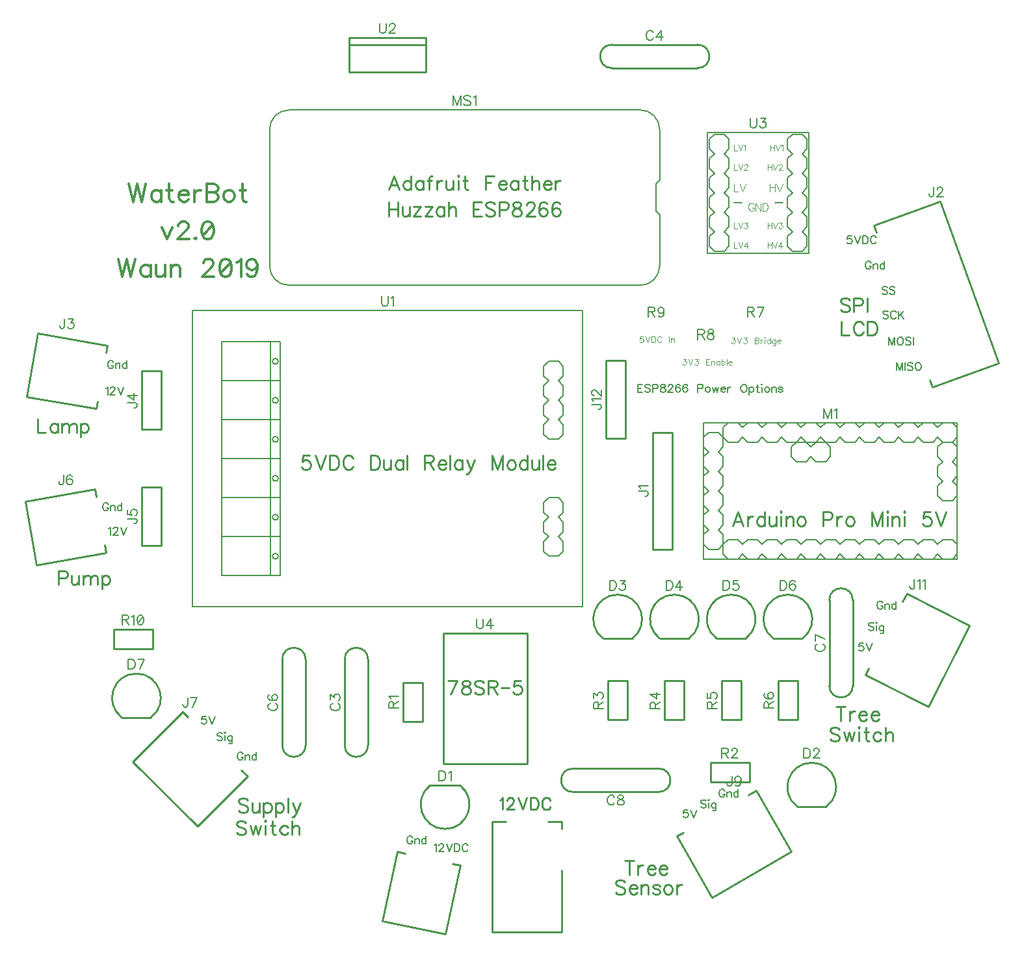
<source format=gbr>
G04 DipTrace 3.3.1.2*
G04 TopSilk.gbr*
%MOIN*%
G04 #@! TF.FileFunction,Legend,Top*
G04 #@! TF.Part,Single*
%ADD10C,0.009843*%
%ADD14C,0.005*%
%ADD12C,0.003*%
%ADD97C,0.00772*%
%ADD98C,0.010807*%
%ADD99C,0.009264*%
%ADD100C,0.004632*%
%ADD101C,0.006176*%
%ADD102C,0.013895*%
%ADD103C,0.004*%
%FSLAX26Y26*%
G04*
G70*
G90*
G75*
G01*
G04 TopSilk*
%LPD*%
X5175916Y3015947D2*
D14*
X5150916Y3040947D1*
X5100916D2*
X5075916Y3015947D1*
X5000916Y3040947D2*
X4975916Y3015947D1*
X4950916Y3040947D1*
X4875916Y3015947D2*
X4850916Y3040947D1*
X4800916D2*
X4775916Y3015947D1*
X4750916Y3040947D1*
X4700916D2*
X4675916Y3015947D1*
X4650916Y3040947D1*
X4600916D2*
X4575916Y3015947D1*
X4550916Y3040947D1*
X4500916D2*
X4475916Y3015947D1*
X4450916Y3040947D1*
X4400916D2*
X4375916Y3015947D1*
X4350916Y3040947D1*
X4300916D2*
X4275916Y3015947D1*
X4200916Y3040947D2*
X4175916Y3015947D1*
X4150916Y3040947D1*
X4100916D2*
X4075916Y3015947D1*
X4050916Y3040947D1*
X4000916D2*
X3975916Y3015947D1*
Y2965947D1*
X4000916Y2940947D1*
X4050916D1*
X4075916Y2965947D1*
X4100916Y2940947D1*
X4150916D1*
X4175916Y2965947D1*
X4200916Y2940947D1*
X4250916D1*
X4275916Y2965947D1*
X4300916Y2940947D1*
X4350916D1*
X4375916Y2965947D1*
X4400916Y2940947D1*
X4450916D1*
X4475916Y2965947D1*
X4500916Y2940947D1*
X4550916D1*
X4575916Y2965947D1*
X4600916Y2940947D1*
X4650916D1*
X4675916Y2965947D1*
X4700916Y2940947D1*
X4750916D1*
X4775916Y2965947D1*
X4800916Y2940947D1*
X4850916D1*
X4875916Y2965947D1*
X4900916Y2940947D1*
X4950916D1*
X4975916Y2965947D1*
X5000916Y2940947D1*
X5050916D1*
X5075916Y2965947D1*
X5100916Y2940947D1*
X5150916D1*
X5175916Y2965947D1*
Y2415947D2*
X5150916Y2440947D1*
X4000916D2*
X3975916Y2415947D1*
Y2365947D1*
X5150916Y2340947D2*
X5175916Y2365947D1*
X3950916Y2990947D2*
X3900916D1*
X3875916Y2965947D1*
Y2915947D2*
X3900916Y2890947D1*
X3875916Y2865947D1*
Y2815947D2*
X3900916Y2790947D1*
X3875916Y2765947D1*
Y2715947D2*
X3900916Y2690947D1*
X3875916Y2665947D1*
Y2615947D2*
X3900916Y2590947D1*
X3875916Y2565947D1*
Y2515947D2*
X3900916Y2490947D1*
X3875916Y2465947D1*
Y2415947D2*
X3900916Y2390947D1*
X3950916D1*
X3975916Y2415947D1*
Y2465947D1*
X3950916Y2490947D1*
X3975916Y2515947D1*
Y2565947D1*
X3950916Y2590947D1*
X3975916Y2615947D1*
Y2665947D1*
X3950916Y2690947D1*
X3975916Y2715947D1*
Y2765947D1*
X3950916Y2790947D1*
X3975916Y2815947D1*
Y2865947D1*
X3950916Y2890947D1*
X3975916Y2915947D1*
Y2965947D1*
X3950916Y2990947D1*
X4325916Y2915947D2*
X4350916Y2940947D1*
X4400916D1*
X4425916Y2915947D1*
X4450916Y2940947D1*
X4500916D1*
X4525916Y2915947D1*
Y2865947D1*
X4500916Y2840947D1*
X4450916D1*
X4425916Y2865947D1*
X4400916Y2840947D1*
X4350916D1*
X4325916Y2865947D1*
Y2915947D1*
X5150916Y2940947D2*
X5175916Y2915947D1*
Y2865947D2*
X5150916Y2840947D1*
X5175916Y2815947D1*
Y2765947D2*
X5150916Y2740947D1*
X5175916Y2715947D1*
Y2665947D2*
X5150916Y2640947D1*
X5100916D1*
X5075916Y2665947D1*
Y2715947D1*
X5100916Y2740947D1*
X5075916Y2765947D1*
Y2815947D1*
X5100916Y2840947D1*
X5075916Y2865947D1*
Y2915947D1*
X5100916Y2940947D1*
X4000916Y2340947D2*
X3975916Y2365947D1*
X5175916Y3040947D2*
X5050916D1*
X4900916D1*
X4250916D1*
X3875916D1*
Y2340947D2*
X4050916D1*
X4100916D1*
X4150916D1*
X4200916D1*
X4250916D1*
X4300916D1*
X4350916D1*
X4400916D1*
X4450916D1*
X4500916D1*
X4550916D1*
X4600916D1*
X4650916D1*
X4700916D1*
X4750916D1*
X4800916D1*
X4850916D1*
X4900916D1*
X4950916D1*
X5000916D1*
X5050916D1*
X5100916D1*
X5175916D1*
X3875916Y3040947D2*
Y2340947D1*
X5175916D2*
Y3040947D1*
X4275916Y3015947D2*
X4250916Y3040947D1*
X5075916Y3015947D2*
X5050916Y3040947D1*
X4875916Y3015947D2*
X4900916Y3040947D1*
X4050916Y2340947D2*
X4075916Y2365947D1*
X4100916Y2340947D1*
X4150916D2*
X4175916Y2365947D1*
X4200916Y2340947D1*
X4250916D2*
X4275916Y2365947D1*
X4300916Y2340947D1*
X4350916D2*
X4375916Y2365947D1*
X4400916Y2340947D1*
X4450916D2*
X4475916Y2365947D1*
X4500916Y2340947D1*
X4550916D2*
X4575916Y2365947D1*
X4600916Y2340947D1*
X4650916D2*
X4675916Y2365947D1*
X4700916Y2340947D1*
X4750916D2*
X4775916Y2365947D1*
X4800916Y2340947D1*
X4850916D2*
X4875916Y2365947D1*
X4900916Y2340947D1*
X4950916D2*
X4975916Y2365947D1*
X5000916Y2340947D1*
X4000916Y2440947D2*
X4050916D1*
X4075916Y2415947D1*
X4100916Y2440947D1*
X4150916D1*
X4175916Y2415947D1*
X4200916Y2440947D1*
X4250916D1*
X4275916Y2415947D1*
X4300916Y2440947D1*
X4350916D1*
X4375916Y2415947D1*
X4400916Y2440947D1*
X4450916D1*
X4475916Y2415947D1*
X4500916Y2440947D1*
X4550916D1*
X4575916Y2415947D1*
X4600916Y2440947D1*
X4650916D1*
X4675916Y2415947D1*
X4700916Y2440947D1*
X4750916D1*
X4775916Y2415947D1*
X4800916Y2440947D1*
X4850916D1*
X4875916Y2415947D1*
X4900916Y2440947D1*
X4950916D1*
X4975916Y2415947D1*
X5000916Y2440947D1*
X5050916D1*
X5075916Y2415947D1*
X5100916Y2440947D1*
X5150916D1*
X5100916Y2340947D2*
X5075916Y2365947D1*
X5050916Y2340947D1*
X950000Y1301477D2*
D10*
X1281282Y970194D1*
X1537399Y1226312D1*
X1505397Y1258314D1*
X950000Y1301477D2*
X1206117Y1557594D1*
X1232553Y1531158D1*
X3919861Y604954D2*
X4325598Y839206D1*
X4144495Y1152884D1*
X4105301Y1130256D1*
X3919861Y604954D2*
X3738759Y918632D1*
X3771137Y937326D1*
X2335916Y1506127D2*
Y1705767D1*
X2435916D2*
X2335916D1*
X2435916Y1506127D2*
Y1705767D1*
Y1506127D2*
X2335916D1*
X2475978Y1180940D2*
X2625854D1*
X2475678Y1180715D2*
G03X2626154Y1180715I75238J-99796D01*
G01*
X3485916Y1715767D2*
Y1516127D1*
X3385916D2*
X3485916D1*
X3385916Y1715767D2*
Y1516127D1*
Y1715767D2*
X3485916D1*
X3510854Y1933457D2*
X3360978D1*
X3511154Y1933682D2*
G03X3360678Y1933682I-75238J99796D01*
G01*
X851096Y1980947D2*
X1050736D1*
Y1880947D2*
Y1980947D1*
X851096Y1880947D2*
X1050736D1*
X851096D2*
Y1980947D1*
X1043360Y1528447D2*
X893485D1*
X1043660Y1528672D2*
G03X893185Y1528672I-75238J99796D01*
G01*
X2155916Y1385867D2*
Y1826027D1*
X2035916Y1385867D2*
Y1826027D1*
X2155916D2*
G03X2035916Y1826027I-60000J-80D01*
G01*
Y1385867D2*
G03X2155916Y1385867I60000J80D01*
G01*
X3776751Y1715767D2*
Y1516127D1*
X3676751D2*
X3776751D1*
X3676751Y1715767D2*
Y1516127D1*
Y1715767D2*
X3776751D1*
X3801688Y1933457D2*
X3651813D1*
X3801988Y1933682D2*
G03X3651513Y1933682I-75238J99796D01*
G01*
X4067585Y1715767D2*
Y1516127D1*
X3967585D2*
X4067585D1*
X3967585Y1715767D2*
Y1516127D1*
Y1715767D2*
X4067585D1*
X4092523Y1933457D2*
X3942647D1*
X4092823Y1933682D2*
G03X3942347Y1933682I-75238J99796D01*
G01*
X4358419Y1715767D2*
Y1516127D1*
X4258419D2*
X4358419D1*
X4258419Y1715767D2*
Y1516127D1*
Y1715767D2*
X4358419D1*
X4383356Y1933457D2*
X4233481D1*
X4383656Y1933682D2*
G03X4233181Y1933682I-75238J99796D01*
G01*
X3550916Y4645947D2*
D14*
X1750916D1*
G03X1650916Y4545957I-219J-99781D01*
G01*
Y3845937D1*
G03X1750916Y3745947I99781J-209D01*
G01*
X3550916D1*
G03X3650916Y3845937I219J99781D01*
G01*
Y4105947D1*
X3630916Y4125927D1*
Y4265967D1*
X3650916Y4285947D1*
Y4545957D1*
G03X3550916Y4645947I-99781J209D01*
G01*
X4110736Y1195947D2*
D10*
X3911096D1*
Y1295947D2*
Y1195947D1*
X4110736Y1295947D2*
X3911096D1*
X4110736D2*
Y1195947D1*
X4505854Y1070953D2*
X4355978D1*
X4506154Y1071178D2*
G03X4355678Y1071178I-75238J99796D01*
G01*
X3615916Y2990947D2*
Y2390947D1*
X3715916Y2990947D2*
Y2390947D1*
X3615916Y2990947D2*
X3715916D1*
X3615916Y2390947D2*
X3715916D1*
X2540916Y1960947D2*
X2970916D1*
Y1290947D1*
X2540916D1*
Y1960947D1*
X1255916Y3615947D2*
D14*
X3255916D1*
Y2095947D1*
X1255916D1*
Y3615947D1*
X3055916Y3330947D2*
X3080916Y3355947D1*
X3130916D1*
X3155916Y3330947D1*
Y3280947D1*
X3130916Y3255947D1*
X3155916Y3230947D1*
Y3180947D1*
X3130916Y3155947D1*
X3155916Y3130947D1*
Y3080947D1*
X3130916Y3055947D1*
X3155916Y3030947D1*
Y2980947D1*
X3130916Y2955947D1*
X3080916D1*
X3055916Y2980947D1*
Y3030947D1*
X3080916Y3055947D1*
X3055916Y3080947D1*
Y3130947D1*
X3080916Y3155947D1*
X3055916Y3180947D1*
Y3230947D1*
X3080916Y3255947D1*
X3055916Y3280947D1*
Y3330947D1*
Y2630947D2*
X3080916Y2655947D1*
X3130916D1*
X3155916Y2630947D1*
Y2580947D1*
X3130916Y2555947D1*
X3155916Y2530947D1*
Y2480947D1*
X3130916Y2455947D1*
X3155916Y2430947D1*
Y2380947D1*
X3130916Y2355947D1*
X3080916D1*
X3055916Y2380947D1*
Y2430947D1*
X3080916Y2455947D1*
X3055916Y2480947D1*
Y2530947D1*
X3080916Y2555947D1*
X3055916Y2580947D1*
Y2630947D1*
X1405916Y3455947D2*
X1655916D1*
X1705916D1*
Y3255947D1*
Y3055947D1*
X1405916D1*
Y3255947D1*
Y3455947D1*
X1705916Y3255947D2*
X1405916D1*
Y3055947D2*
Y2855947D1*
Y2655947D1*
Y2455947D1*
X1705916D1*
Y2655947D1*
Y2855947D1*
Y3055947D1*
X1405916Y2855947D2*
X1705916D1*
X1405916Y2655947D2*
X1705916D1*
X1405916Y2455947D2*
Y2255947D1*
X1655916D1*
X1705916D1*
Y2455947D1*
X1655916Y3455947D2*
Y2255947D1*
X1665916Y3355947D2*
G02X1665916Y3355947I15000J0D01*
G01*
Y3155947D2*
G02X1665916Y3155947I15000J0D01*
G01*
Y2955947D2*
G02X1665916Y2955947I15000J0D01*
G01*
Y2755947D2*
G02X1665916Y2755947I15000J0D01*
G01*
Y2555947D2*
G02X1665916Y2555947I15000J0D01*
G01*
Y2355947D2*
G02X1665916Y2355947I15000J0D01*
G01*
X995916Y3305947D2*
D10*
X1095916D1*
Y3005947D1*
X995916D2*
X1095916D1*
X995916Y3305947D2*
Y3005947D1*
Y2710947D2*
X1095916D1*
Y2410947D1*
X995916D2*
X1095916D1*
X995916Y2710947D2*
Y2410947D1*
X2230241Y484416D2*
X2553723Y415658D1*
X2305547Y838706D2*
X2230241Y484416D1*
X2629029Y769947D2*
X2553723Y415658D1*
X2305547Y838706D2*
X2344042Y830523D1*
X2590535Y778130D2*
X2629029Y769947D1*
X2793751Y427797D2*
X3148100D1*
Y742748D1*
Y955377D2*
Y994731D1*
X3079190D1*
X2862661D2*
X2793751D1*
Y427797D1*
X5027758Y1582015D2*
X5240454Y1999455D1*
X4917728Y2163892D1*
X4897181Y2123567D1*
X5027758Y1582015D2*
X4705031Y1746452D1*
X4722004Y1779764D1*
X3930912Y4520965D2*
D14*
X3980936D1*
X4330896D2*
X4380920D1*
X4405932Y4395973D2*
Y4345939D1*
Y4295967D2*
Y4245933D1*
Y4195961D2*
Y4145927D1*
Y4095955D2*
Y4045921D1*
X4380920Y3920929D2*
X4330896D1*
X3980936D2*
X3930912D1*
X4405932Y4495917D2*
X4380920Y4520965D1*
X4330896D2*
X4305936Y4495917D1*
Y4445945D1*
X4330896Y4420959D1*
X4305936Y4395973D1*
Y4345939D1*
X4330896Y4320953D1*
X4305936Y4295967D1*
Y4245933D1*
X4330896Y4220947D1*
X4305936Y4195961D1*
Y4145927D1*
X4330896Y4120941D1*
X4305936Y4095955D1*
Y4045921D1*
X4330896Y4020935D1*
X4305936Y3995949D1*
Y3945977D1*
X4330896Y3920929D1*
X4380920D2*
X4405932Y3945977D1*
Y4445945D2*
X4380920Y4420959D1*
X4405932Y4395973D1*
Y4345939D2*
X4380920Y4320953D1*
X4405932Y4295967D1*
Y4245933D2*
X4380920Y4220947D1*
X4405932Y4195961D1*
Y4145927D2*
X4380920Y4120941D1*
X4405932Y4095955D1*
Y4045921D2*
X4380920Y4020935D1*
X4405932Y3995949D1*
X3980936Y4520965D2*
X4005896Y4495917D1*
Y4445945D1*
X3980936Y4420959D1*
X4005896Y4395973D1*
Y4345939D1*
X3980936Y4320953D1*
X4005896Y4295967D1*
Y4245933D1*
X3980936Y4220947D1*
X4005896Y4195961D1*
Y4145927D1*
X3980936Y4120941D1*
X4005896Y4095955D1*
Y4045921D1*
X3980936Y4020935D1*
X4005896Y3995949D1*
Y3945977D1*
X3980936Y3920929D1*
X3930912D2*
X3905900Y3945977D1*
Y4495917D2*
X3930912Y4520965D1*
X3905900Y4445945D2*
X3930912Y4420959D1*
X3905900Y4395973D1*
Y4345939D2*
X3930912Y4320953D1*
X3905900Y4295967D1*
Y4245933D2*
X3930912Y4220947D1*
X3905900Y4195961D1*
Y4145927D2*
X3930912Y4120941D1*
X3905900Y4095955D1*
Y4045921D2*
X3930912Y4020935D1*
X3905900Y3995949D1*
X4240936Y4170975D2*
X4280924D1*
X4070896D2*
X4030908D1*
X3895916Y4530947D2*
X4415916D1*
Y3910947D1*
X3895916D1*
Y4530947D1*
X3905900Y4495917D2*
Y4445945D1*
Y4395973D2*
Y4345939D1*
Y4295967D2*
Y4245933D1*
Y4195961D2*
Y4145927D1*
Y4095955D2*
Y4045921D1*
Y3995949D2*
Y3945977D1*
X4405932D2*
Y3995949D1*
Y4445945D2*
Y4495917D1*
X2059066Y5017246D2*
D10*
X2452766D1*
Y4840081D1*
X2059066D1*
Y5017246D1*
Y4981813D2*
X2452766D1*
X462490Y3500629D2*
X405063Y3174945D1*
X819192Y3437733D2*
X462490Y3500629D1*
X761765Y3112049D2*
X405063Y3174945D1*
X819192Y3437733D2*
X812358Y3398977D1*
X768599Y3150805D2*
X761765Y3112049D1*
X398991Y2636246D2*
X456418Y2310562D1*
X755693Y2699143D2*
X398991Y2636246D1*
X813120Y2373458D2*
X456418Y2310562D1*
X755693Y2699143D2*
X762526Y2660386D1*
X806286Y2412215D2*
X813120Y2373458D1*
X3845996Y4980947D2*
X3405836D1*
X3845996Y4860947D2*
X3405836D1*
Y4980947D2*
G03X3405836Y4860947I80J-60000D01*
G01*
X3845996D2*
G03X3845996Y4980947I-80J60000D01*
G01*
X5049511Y3224148D2*
X5389872Y3348029D1*
X5088248Y4176735D1*
X4747887Y4052853D1*
X4761339Y4015893D1*
X5049511Y3224148D2*
X5036058Y3261108D1*
X1835916Y1385867D2*
Y1826027D1*
X1715916Y1385867D2*
Y1826027D1*
X1835916D2*
G03X1715916Y1826027I-60000J-80D01*
G01*
Y1385867D2*
G03X1835916Y1385867I60000J80D01*
G01*
X4640916Y1690867D2*
Y2131027D1*
X4520916Y1690867D2*
Y2131027D1*
X4640916D2*
G03X4520916Y2131027I-60000J-80D01*
G01*
Y1690867D2*
G03X4640916Y1690867I60000J80D01*
G01*
X3205836Y1145947D2*
X3645996D1*
X3205836Y1265947D2*
X3645996D1*
Y1145947D2*
G03X3645996Y1265947I-80J60000D01*
G01*
X3205836D2*
G03X3205836Y1145947I80J-60000D01*
G01*
X3375916Y2960947D2*
X3475916D1*
X3375916Y3360947D2*
Y2960947D1*
X3475916Y3360947D2*
Y2960947D1*
X3375916Y3360947D2*
X3475916D1*
X4531323Y3063930D2*
D97*
Y3114170D1*
X4512200Y3063930D1*
X4493076Y3114170D1*
Y3063930D1*
X4546762Y3104553D2*
X4551571Y3106985D1*
X4558756Y3114115D1*
Y3063930D1*
X1231199Y1630817D2*
Y1592571D1*
X1228822Y1585386D1*
X1226391Y1583009D1*
X1221637Y1580577D1*
X1216829D1*
X1212076Y1583009D1*
X1209699Y1585386D1*
X1207267Y1592571D1*
Y1597324D1*
X1256200Y1580577D2*
X1280132Y1630762D1*
X1246638D1*
X4020866Y1226107D2*
Y1187861D1*
X4018490Y1180676D1*
X4016058Y1178299D1*
X4011305Y1175867D1*
X4006496D1*
X4001743Y1178299D1*
X3999366Y1180676D1*
X3996935Y1187861D1*
Y1192614D1*
X4067422Y1209361D2*
X4064990Y1202176D1*
X4060237Y1197367D1*
X4053052Y1194991D1*
X4050676D1*
X4043491Y1197367D1*
X4038737Y1202176D1*
X4036306Y1209361D1*
Y1211737D1*
X4038737Y1218922D1*
X4043491Y1223676D1*
X4050676Y1226052D1*
X4053052D1*
X4060237Y1223676D1*
X4064990Y1218922D1*
X4067422Y1209361D1*
Y1197367D1*
X4064990Y1185429D1*
X4060237Y1178244D1*
X4053052Y1175867D1*
X4048299D1*
X4041114Y1178244D1*
X4038737Y1183053D1*
X2286625Y1575484D2*
Y1596984D1*
X2284193Y1604169D1*
X2281816Y1606601D1*
X2277063Y1608977D1*
X2272255D1*
X2267501Y1606601D1*
X2265070Y1604169D1*
X2262693Y1596984D1*
Y1575484D1*
X2312933D1*
X2286625Y1592230D2*
X2312933Y1608977D1*
X2272310Y1624416D2*
X2269878Y1629225D1*
X2262748Y1636410D1*
X2312933D1*
X2520453Y1254163D2*
Y1203923D1*
X2537200D1*
X2544385Y1206355D1*
X2549193Y1211108D1*
X2551570Y1215917D1*
X2553946Y1223046D1*
Y1235040D1*
X2551570Y1242225D1*
X2549193Y1246978D1*
X2544385Y1251787D1*
X2537200Y1254163D1*
X2520453D1*
X2569385Y1244546D2*
X2574194Y1246978D1*
X2581379Y1254108D1*
Y1203923D1*
X3336625Y1574734D2*
Y1596234D1*
X3334193Y1603419D1*
X3331816Y1605851D1*
X3327063Y1608227D1*
X3322255D1*
X3317501Y1605851D1*
X3315070Y1603419D1*
X3312693Y1596234D1*
Y1574734D1*
X3362933D1*
X3336625Y1591481D2*
X3362933Y1608227D1*
X3312748Y1628475D2*
Y1654728D1*
X3331871Y1640413D1*
Y1647598D1*
X3334248Y1652351D1*
X3336625Y1654728D1*
X3343810Y1657160D1*
X3348563D1*
X3355748Y1654728D1*
X3360556Y1649975D1*
X3362933Y1642790D1*
Y1635605D1*
X3360556Y1628475D1*
X3358124Y1626098D1*
X3353371Y1623666D1*
X3394703Y2231680D2*
Y2181440D1*
X3411450D1*
X3418635Y2183872D1*
X3423443Y2188625D1*
X3425820Y2193434D1*
X3428196Y2200564D1*
Y2212557D1*
X3425820Y2219742D1*
X3423443Y2224495D1*
X3418635Y2229304D1*
X3411450Y2231680D1*
X3394703D1*
X3448444Y2231625D2*
X3474697D1*
X3460382Y2212502D1*
X3467567D1*
X3472320Y2210125D1*
X3474697Y2207749D1*
X3477129Y2200564D1*
Y2195810D1*
X3474697Y2188625D1*
X3469944Y2183817D1*
X3462759Y2181440D1*
X3455574D1*
X3448444Y2183817D1*
X3446067Y2186249D1*
X3443636Y2191002D1*
X895987Y2030238D2*
X917486D1*
X924672Y2032670D1*
X927103Y2035047D1*
X929480Y2039800D1*
Y2044608D1*
X927103Y2049361D1*
X924672Y2051793D1*
X917486Y2054170D1*
X895987D1*
Y2003930D1*
X912733Y2030238D2*
X929480Y2003930D1*
X944919Y2044553D2*
X949728Y2046985D1*
X956913Y2054115D1*
Y2003930D1*
X986722Y2054115D2*
X979537Y2051738D1*
X974729Y2044553D1*
X972352Y2032615D1*
Y2025430D1*
X974729Y2013491D1*
X979537Y2006306D1*
X986722Y2003930D1*
X991475D1*
X998660Y2006306D1*
X1003413Y2013491D1*
X1005845Y2025430D1*
Y2032615D1*
X1003413Y2044553D1*
X998660Y2051738D1*
X991475Y2054115D1*
X986722D1*
X1003413Y2044553D2*
X974729Y2013491D1*
X927210Y1826670D2*
Y1776430D1*
X943956D1*
X951141Y1778862D1*
X955950Y1783615D1*
X958326Y1788423D1*
X960703Y1795553D1*
Y1807547D1*
X958326Y1814732D1*
X955950Y1819485D1*
X951141Y1824293D1*
X943956Y1826670D1*
X927210D1*
X985704Y1776430D2*
X1009635Y1826615D1*
X976142D1*
X1974631Y1599415D2*
X1969878Y1597039D1*
X1965069Y1592230D1*
X1962693Y1587477D1*
Y1577916D1*
X1965069Y1573107D1*
X1969878Y1568354D1*
X1974631Y1565922D1*
X1981816Y1563546D1*
X1993810D1*
X2000939Y1565922D1*
X2005748Y1568354D1*
X2010501Y1573107D1*
X2012933Y1577916D1*
Y1587477D1*
X2010501Y1592230D1*
X2005748Y1597039D1*
X2000939Y1599415D1*
X1962748Y1619663D2*
Y1645916D1*
X1981871Y1631601D1*
Y1638786D1*
X1984248Y1643540D1*
X1986625Y1645916D1*
X1993810Y1648348D1*
X1998563D1*
X2005748Y1645916D1*
X2010556Y1641163D1*
X2012933Y1633978D1*
Y1626793D1*
X2010556Y1619663D1*
X2008124Y1617287D1*
X2003371Y1614855D1*
X3627459Y1573546D2*
Y1595045D1*
X3625027Y1602230D1*
X3622651Y1604662D1*
X3617898Y1607039D1*
X3613089D1*
X3608336Y1604662D1*
X3605904Y1602230D1*
X3603528Y1595045D1*
Y1573546D1*
X3653768D1*
X3627459Y1590292D2*
X3653768Y1607039D1*
Y1646410D2*
X3603583D1*
X3637021Y1622478D1*
Y1658348D1*
X3684349Y2231680D2*
Y2181440D1*
X3701096D1*
X3708281Y2183872D1*
X3713089Y2188625D1*
X3715466Y2193434D1*
X3717843Y2200564D1*
Y2212557D1*
X3715466Y2219742D1*
X3713089Y2224495D1*
X3708281Y2229304D1*
X3701096Y2231680D1*
X3684349D1*
X3757214Y2181440D2*
Y2231625D1*
X3733282Y2198187D1*
X3769152D1*
X3918294Y1574734D2*
Y1596234D1*
X3915862Y1603419D1*
X3913485Y1605851D1*
X3908732Y1608227D1*
X3903924D1*
X3899171Y1605851D1*
X3896739Y1603419D1*
X3894362Y1596234D1*
Y1574734D1*
X3944602D1*
X3918294Y1591481D2*
X3944602Y1608227D1*
X3894418Y1652351D2*
Y1628475D1*
X3915917Y1626098D1*
X3913541Y1628475D1*
X3911109Y1635660D1*
Y1642790D1*
X3913541Y1649975D1*
X3918294Y1654783D1*
X3925479Y1657160D1*
X3930232D1*
X3937417Y1654783D1*
X3942226Y1649975D1*
X3944602Y1642790D1*
Y1635660D1*
X3942226Y1628475D1*
X3939794Y1626098D1*
X3935041Y1623666D1*
X3976372Y2231680D2*
Y2181440D1*
X3993119D1*
X4000304Y2183872D1*
X4005112Y2188625D1*
X4007489Y2193434D1*
X4009866Y2200564D1*
Y2212557D1*
X4007489Y2219742D1*
X4005112Y2224495D1*
X4000304Y2229304D1*
X3993119Y2231680D1*
X3976372D1*
X4053990Y2231625D2*
X4030113D1*
X4027737Y2210125D1*
X4030113Y2212502D1*
X4037298Y2214934D1*
X4044428D1*
X4051613Y2212502D1*
X4056422Y2207749D1*
X4058798Y2200564D1*
Y2195810D1*
X4056422Y2188625D1*
X4051613Y2183817D1*
X4044428Y2181440D1*
X4037298D1*
X4030113Y2183817D1*
X4027737Y2186249D1*
X4025305Y2191002D1*
X4209127Y1575950D2*
Y1597450D1*
X4206695Y1604635D1*
X4204319Y1607067D1*
X4199566Y1609443D1*
X4194757D1*
X4190004Y1607067D1*
X4187572Y1604635D1*
X4185196Y1597450D1*
Y1575950D1*
X4235436D1*
X4209127Y1592696D2*
X4235436Y1609443D1*
X4192381Y1653567D2*
X4187627Y1651191D1*
X4185251Y1644006D1*
Y1639252D1*
X4187627Y1632067D1*
X4194812Y1627259D1*
X4206751Y1624882D1*
X4218689D1*
X4228251Y1627259D1*
X4233059Y1632067D1*
X4235436Y1639252D1*
Y1641629D1*
X4233059Y1648759D1*
X4228251Y1653567D1*
X4221065Y1655944D1*
X4218689D1*
X4211504Y1653567D1*
X4206751Y1648759D1*
X4204374Y1641629D1*
Y1639252D1*
X4206751Y1632067D1*
X4211504Y1627259D1*
X4218689Y1624882D1*
X4268422Y2231680D2*
Y2181440D1*
X4285168D1*
X4292353Y2183872D1*
X4297162Y2188625D1*
X4299538Y2193434D1*
X4301915Y2200564D1*
Y2212557D1*
X4299538Y2219742D1*
X4297162Y2224495D1*
X4292353Y2229304D1*
X4285168Y2231680D1*
X4268422D1*
X4346039Y2224495D2*
X4343662Y2229248D1*
X4336477Y2231625D1*
X4331724D1*
X4324539Y2229248D1*
X4319731Y2222063D1*
X4317354Y2210125D1*
Y2198187D1*
X4319731Y2188625D1*
X4324539Y2183817D1*
X4331724Y2181440D1*
X4334101D1*
X4341231Y2183817D1*
X4346039Y2188625D1*
X4348416Y2195810D1*
Y2198187D1*
X4346039Y2205372D1*
X4341231Y2210125D1*
X4334101Y2212502D1*
X4331724D1*
X4324539Y2210125D1*
X4319731Y2205372D1*
X4317354Y2198187D1*
X2631857Y4668930D2*
Y4719170D1*
X2612733Y4668930D1*
X2593610Y4719170D1*
Y4668930D1*
X2680789Y4711985D2*
X2676036Y4716793D1*
X2668851Y4719170D1*
X2659289D1*
X2652104Y4716793D1*
X2647296Y4711985D1*
Y4707232D1*
X2649728Y4702423D1*
X2652104Y4700047D1*
X2656857Y4697670D1*
X2671228Y4692862D1*
X2676036Y4690485D1*
X2678413Y4688053D1*
X2680789Y4683300D1*
Y4676115D1*
X2676036Y4671362D1*
X2668851Y4668930D1*
X2659289D1*
X2652104Y4671362D1*
X2647296Y4676115D1*
X2696228Y4709553D2*
X2701037Y4711985D1*
X2708222Y4719115D1*
Y4668930D1*
X3969703Y1345238D2*
X3991203D1*
X3998388Y1347670D1*
X4000820Y1350047D1*
X4003196Y1354800D1*
Y1359608D1*
X4000820Y1364361D1*
X3998388Y1366793D1*
X3991203Y1369170D1*
X3969703D1*
Y1318930D1*
X3986450Y1345238D2*
X4003196Y1318930D1*
X4021067Y1357176D2*
Y1359553D1*
X4023444Y1364361D1*
X4025821Y1366738D1*
X4030629Y1369115D1*
X4040191D1*
X4044944Y1366738D1*
X4047320Y1364361D1*
X4049752Y1359553D1*
Y1354800D1*
X4047320Y1349991D1*
X4042567Y1342862D1*
X4018636Y1318930D1*
X4052129D1*
X4389703Y1369176D2*
Y1318936D1*
X4406450D1*
X4413635Y1321368D1*
X4418443Y1326121D1*
X4420820Y1330930D1*
X4423196Y1338060D1*
Y1350053D1*
X4420820Y1357238D1*
X4418443Y1361991D1*
X4413635Y1366800D1*
X4406450Y1369176D1*
X4389703D1*
X4441067Y1357183D2*
Y1359559D1*
X4443444Y1364368D1*
X4445821Y1366745D1*
X4450629Y1369121D1*
X4460191D1*
X4464944Y1366745D1*
X4467320Y1364368D1*
X4469752Y1359559D1*
Y1354806D1*
X4467320Y1349998D1*
X4462567Y1342868D1*
X4438636Y1318936D1*
X4472129D1*
X3542693Y2689196D2*
X3580939D1*
X3588124Y2686820D1*
X3590501Y2684388D1*
X3592933Y2679635D1*
Y2674826D1*
X3590501Y2670073D1*
X3588124Y2667696D1*
X3580939Y2665265D1*
X3576186D1*
X3552310Y2704636D2*
X3549878Y2709444D1*
X3542748Y2716629D1*
X3592933D1*
X2713515Y2034170D2*
Y1998300D1*
X2715891Y1991115D1*
X2720700Y1986362D1*
X2727885Y1983930D1*
X2732638D1*
X2739823Y1986362D1*
X2744631Y1991115D1*
X2747008Y1998300D1*
Y2034170D1*
X2786379Y1983930D2*
Y2034115D1*
X2762447Y2000676D1*
X2798317D1*
X2225453Y3689170D2*
Y3653300D1*
X2227830Y3646115D1*
X2232638Y3641362D1*
X2239823Y3638930D1*
X2244576D1*
X2251761Y3641362D1*
X2256570Y3646115D1*
X2258946Y3653300D1*
Y3689170D1*
X2274385Y3679553D2*
X2279194Y3681985D1*
X2286379Y3689115D1*
Y3638930D1*
X922693Y3142258D2*
X960939D1*
X968124Y3139881D1*
X970501Y3137450D1*
X972933Y3132696D1*
Y3127888D1*
X970501Y3123135D1*
X968124Y3120758D1*
X960939Y3118326D1*
X956186D1*
X972933Y3181629D2*
X922748D1*
X956186Y3157697D1*
Y3193567D1*
X922693Y2548446D2*
X960939D1*
X968124Y2546070D1*
X970501Y2543638D1*
X972933Y2538885D1*
Y2534076D1*
X970501Y2529323D1*
X968124Y2526947D1*
X960939Y2524515D1*
X956186D1*
X922748Y2592570D2*
Y2568694D1*
X944248Y2566317D1*
X941871Y2568694D1*
X939440Y2575879D1*
Y2583009D1*
X941871Y2590194D1*
X946625Y2595002D1*
X953810Y2597379D1*
X958563D1*
X965748Y2595002D1*
X970556Y2590194D1*
X972933Y2583009D1*
Y2575879D1*
X970556Y2568694D1*
X968124Y2566317D1*
X963371Y2563886D1*
X4957276Y2237115D2*
Y2198869D1*
X4954899Y2191684D1*
X4952467Y2189307D1*
X4947714Y2186875D1*
X4942906D1*
X4938153Y2189307D1*
X4935776Y2191684D1*
X4933344Y2198869D1*
Y2203622D1*
X4972715Y2227498D2*
X4977524Y2229930D1*
X4984709Y2237060D1*
Y2186875D1*
X5000148Y2227498D2*
X5004956Y2229930D1*
X5012141Y2237060D1*
Y2186875D1*
X4114703Y4604170D2*
Y4568300D1*
X4117080Y4561115D1*
X4121888Y4556362D1*
X4129073Y4553930D1*
X4133826D1*
X4141011Y4556362D1*
X4145820Y4561115D1*
X4148196Y4568300D1*
Y4604170D1*
X4168444Y4604115D2*
X4194697D1*
X4180382Y4584991D1*
X4187567D1*
X4192320Y4582615D1*
X4194697Y4580238D1*
X4197129Y4573053D1*
Y4568300D1*
X4194697Y4561115D1*
X4189944Y4556306D1*
X4182759Y4553930D1*
X4175574D1*
X4168444Y4556306D1*
X4166067Y4558738D1*
X4163636Y4563491D1*
X2214703Y5090469D2*
Y5054599D1*
X2217080Y5047414D1*
X2221888Y5042661D1*
X2229073Y5040229D1*
X2233826D1*
X2241011Y5042661D1*
X2245820Y5047414D1*
X2248196Y5054599D1*
Y5090469D1*
X2266067Y5078476D2*
Y5080852D1*
X2268444Y5085661D1*
X2270821Y5088037D1*
X2275629Y5090414D1*
X2285191D1*
X2289944Y5088037D1*
X2292320Y5085661D1*
X2294752Y5080852D1*
Y5076099D1*
X2292320Y5071290D1*
X2287567Y5064161D1*
X2263636Y5040229D1*
X2297129D1*
X599627Y3573853D2*
Y3535606D1*
X597250Y3528421D1*
X594818Y3526044D1*
X590065Y3523613D1*
X585257D1*
X580504Y3526044D1*
X578127Y3528421D1*
X575695Y3535606D1*
Y3540359D1*
X619874Y3573797D2*
X646128D1*
X631813Y3554674D1*
X638998D1*
X643751Y3552297D1*
X646128Y3549921D1*
X648559Y3542736D1*
Y3537983D1*
X646128Y3530798D1*
X641374Y3525989D1*
X634189Y3523613D1*
X627004D1*
X619874Y3525989D1*
X617498Y3528421D1*
X615066Y3533174D1*
X594771Y2772366D2*
Y2734119D1*
X592394Y2726934D1*
X589962Y2724557D1*
X585209Y2722126D1*
X580400D1*
X575647Y2724557D1*
X573271Y2726934D1*
X570839Y2734119D1*
Y2738872D1*
X638895Y2765181D2*
X636518Y2769934D1*
X629333Y2772310D1*
X624580D1*
X617395Y2769934D1*
X612586Y2762749D1*
X610210Y2750811D1*
Y2738872D1*
X612586Y2729311D1*
X617395Y2724502D1*
X624580Y2722126D1*
X626956D1*
X634086Y2724502D1*
X638895Y2729311D1*
X641271Y2736496D1*
Y2738872D1*
X638895Y2746057D1*
X634086Y2750811D1*
X626956Y2753187D1*
X624580D1*
X617395Y2750811D1*
X612586Y2746057D1*
X610210Y2738872D1*
X3593490Y3609766D2*
X3614990D1*
X3622175Y3612198D1*
X3624606Y3614574D1*
X3626983Y3619327D1*
Y3624136D1*
X3624606Y3628889D1*
X3622175Y3631321D1*
X3614990Y3633697D1*
X3593490D1*
Y3583457D1*
X3610236Y3609766D2*
X3626983Y3583457D1*
X3673539Y3616951D2*
X3671107Y3609766D1*
X3666354Y3604957D1*
X3659169Y3602581D1*
X3656792D1*
X3649607Y3604957D1*
X3644854Y3609766D1*
X3642422Y3616951D1*
Y3619327D1*
X3644854Y3626512D1*
X3649607Y3631266D1*
X3656792Y3633642D1*
X3659169D1*
X3666354Y3631266D1*
X3671107Y3626512D1*
X3673539Y3616951D1*
Y3604957D1*
X3671107Y3593019D1*
X3666354Y3585834D1*
X3659169Y3583457D1*
X3654416D1*
X3647231Y3585834D1*
X3644854Y3590642D1*
X4102301Y3609766D2*
X4123801D1*
X4130986Y3612198D1*
X4133418Y3614574D1*
X4135795Y3619327D1*
Y3624136D1*
X4133418Y3628889D1*
X4130986Y3631321D1*
X4123801Y3633697D1*
X4102301D1*
Y3583457D1*
X4119048Y3609766D2*
X4135795Y3583457D1*
X4160796D2*
X4184727Y3633642D1*
X4151234D1*
X3847329Y3494766D2*
X3868829D1*
X3876014Y3497198D1*
X3878446Y3499574D1*
X3880822Y3504327D1*
Y3509136D1*
X3878446Y3513889D1*
X3876014Y3516321D1*
X3868829Y3518697D1*
X3847329D1*
Y3468457D1*
X3864076Y3494766D2*
X3880822Y3468457D1*
X3908200Y3518642D2*
X3901070Y3516266D1*
X3898638Y3511512D1*
Y3506704D1*
X3901070Y3501951D1*
X3905823Y3499519D1*
X3915385Y3497142D1*
X3922570Y3494766D1*
X3927323Y3489957D1*
X3929700Y3485204D1*
Y3478019D1*
X3927323Y3473266D1*
X3924947Y3470834D1*
X3917761Y3468457D1*
X3908200D1*
X3901070Y3470834D1*
X3898638Y3473266D1*
X3896262Y3478019D1*
Y3485204D1*
X3898638Y3489957D1*
X3903447Y3494766D1*
X3910576Y3497142D1*
X3920138Y3499519D1*
X3924947Y3501951D1*
X3927323Y3506704D1*
Y3511512D1*
X3924947Y3516266D1*
X3917761Y3518642D1*
X3908200D1*
X3618196Y5042232D2*
X3615820Y5046985D1*
X3611011Y5051793D1*
X3606258Y5054170D1*
X3596696D1*
X3591888Y5051793D1*
X3587135Y5046985D1*
X3584703Y5042232D1*
X3582326Y5035047D1*
Y5023053D1*
X3584703Y5015923D1*
X3587135Y5011115D1*
X3591888Y5006362D1*
X3596696Y5003930D1*
X3606258D1*
X3611011Y5006362D1*
X3615820Y5011115D1*
X3618196Y5015923D1*
X3657567Y5003930D2*
Y5054115D1*
X3633636Y5020677D1*
X3669506D1*
X5056379Y4249958D2*
Y4211711D1*
X5054002Y4204526D1*
X5051570Y4202150D1*
X5046817Y4199718D1*
X5042009D1*
X5037256Y4202150D1*
X5034879Y4204526D1*
X5032447Y4211711D1*
Y4216465D1*
X5074250Y4237964D2*
Y4240341D1*
X5076626Y4245149D1*
X5079003Y4247526D1*
X5083812Y4249903D1*
X5093373D1*
X5098126Y4247526D1*
X5100503Y4245149D1*
X5102935Y4240341D1*
Y4235588D1*
X5100503Y4230779D1*
X5095750Y4223650D1*
X5071818Y4199718D1*
X5105311D1*
X1654631Y1600631D2*
X1649878Y1598255D1*
X1645069Y1593446D1*
X1642693Y1588693D1*
Y1579132D1*
X1645069Y1574323D1*
X1649878Y1569570D1*
X1654631Y1567138D1*
X1661816Y1564762D1*
X1673810D1*
X1680939Y1567138D1*
X1685748Y1569570D1*
X1690501Y1574323D1*
X1692933Y1579132D1*
Y1588693D1*
X1690501Y1593446D1*
X1685748Y1598255D1*
X1680939Y1600631D1*
X1649878Y1644756D2*
X1645125Y1642379D1*
X1642748Y1635194D1*
Y1630441D1*
X1645125Y1623256D1*
X1652310Y1618447D1*
X1664248Y1616071D1*
X1676186D1*
X1685748Y1618447D1*
X1690556Y1623256D1*
X1692933Y1630441D1*
Y1632817D1*
X1690556Y1639947D1*
X1685748Y1644755D1*
X1678563Y1647132D1*
X1676186D1*
X1669001Y1644755D1*
X1664248Y1639947D1*
X1661871Y1632817D1*
Y1630441D1*
X1664248Y1623256D1*
X1669001Y1618447D1*
X1676186Y1616071D1*
X4459631Y1904415D2*
X4454878Y1902039D1*
X4450069Y1897230D1*
X4447693Y1892477D1*
Y1882916D1*
X4450069Y1878107D1*
X4454878Y1873354D1*
X4459631Y1870922D1*
X4466816Y1868546D1*
X4478810D1*
X4485939Y1870922D1*
X4490748Y1873354D1*
X4495501Y1878107D1*
X4497933Y1882916D1*
Y1892477D1*
X4495501Y1897230D1*
X4490748Y1902039D1*
X4485939Y1904415D1*
X4497933Y1929416D2*
X4447748Y1953348D1*
Y1919855D1*
X3419412Y1117050D2*
X3417036Y1121803D1*
X3412227Y1126611D1*
X3407474Y1128988D1*
X3397912D1*
X3393104Y1126611D1*
X3388351Y1121803D1*
X3385919Y1117050D1*
X3383542Y1109865D1*
Y1097871D1*
X3385919Y1090741D1*
X3388351Y1085933D1*
X3393104Y1081180D1*
X3397912Y1078748D1*
X3407474D1*
X3412227Y1081180D1*
X3417036Y1085933D1*
X3419412Y1090741D1*
X3446790Y1128933D2*
X3439660Y1126556D1*
X3437228Y1121803D1*
Y1116994D1*
X3439660Y1112241D1*
X3444413Y1109809D1*
X3453975Y1107433D1*
X3461160Y1105056D1*
X3465913Y1100248D1*
X3468290Y1095495D1*
Y1088310D1*
X3465913Y1083556D1*
X3463536Y1081125D1*
X3456351Y1078748D1*
X3446790D1*
X3439660Y1081125D1*
X3437228Y1083556D1*
X3434852Y1088310D1*
Y1095495D1*
X3437228Y1100248D1*
X3442037Y1105056D1*
X3449166Y1107433D1*
X3458728Y1109809D1*
X3463536Y1112241D1*
X3465913Y1116994D1*
Y1121803D1*
X3463536Y1126556D1*
X3456351Y1128933D1*
X3446790D1*
X3302693Y3134730D2*
X3340939D1*
X3348124Y3132353D1*
X3350501Y3129922D1*
X3352933Y3125168D1*
Y3120360D1*
X3350501Y3115607D1*
X3348124Y3113230D1*
X3340939Y3110798D1*
X3336186D1*
X3312310Y3150169D2*
X3309878Y3154978D1*
X3302748Y3162163D1*
X3352933D1*
X3314686Y3180034D2*
X3312310D1*
X3307501Y3182410D1*
X3305125Y3184787D1*
X3302748Y3189595D1*
Y3199157D1*
X3305125Y3203910D1*
X3307501Y3206287D1*
X3312310Y3208719D1*
X3317063D1*
X3321871Y3206287D1*
X3329001Y3201534D1*
X3352933Y3177602D1*
Y3211095D1*
X4625491Y3669865D2*
D98*
X4618837Y3676596D1*
X4608778Y3679924D1*
X4595391D1*
X4585332Y3676596D1*
X4578601Y3669865D1*
Y3663210D1*
X4582005Y3656478D1*
X4585332Y3653151D1*
X4591987Y3649824D1*
X4612105Y3643092D1*
X4618837Y3639765D1*
X4622164Y3636360D1*
X4625491Y3629706D1*
Y3619647D1*
X4618837Y3612992D1*
X4608778Y3609588D1*
X4595391D1*
X4585332Y3612992D1*
X4578601Y3619647D1*
X4647106Y3643092D2*
X4677283D1*
X4687265Y3646419D1*
X4690670Y3649824D1*
X4693997Y3656478D1*
Y3666537D1*
X4690670Y3673192D1*
X4687265Y3676596D1*
X4677283Y3679924D1*
X4647106D1*
Y3609588D1*
X4715612Y3679924D2*
Y3609588D1*
X3494765Y792205D2*
Y721869D1*
X3471320Y792205D2*
X3518210D1*
X3539825Y768759D2*
Y721869D1*
Y748641D2*
X3543230Y758700D1*
X3549884Y765432D1*
X3556616Y768759D1*
X3566675D1*
X3588290Y748641D2*
X3628449D1*
Y755373D1*
X3625122Y762105D1*
X3621795Y765432D1*
X3615063Y768759D1*
X3605004D1*
X3598349Y765432D1*
X3591617Y758700D1*
X3588290Y748641D1*
Y741987D1*
X3591617Y731928D1*
X3598349Y725273D1*
X3605004Y721869D1*
X3615063D1*
X3621795Y725273D1*
X3628449Y731928D1*
X3650064Y748641D2*
X3690223D1*
Y755373D1*
X3686896Y762105D1*
X3683568Y765432D1*
X3676837Y768759D1*
X3666777D1*
X3660123Y765432D1*
X3653391Y758700D1*
X3650064Y748641D1*
Y741987D1*
X3653391Y731928D1*
X3660123Y725273D1*
X3666777Y721869D1*
X3676837D1*
X3683568Y725273D1*
X3690223Y731928D1*
X1540491Y1102146D2*
X1533837Y1108877D1*
X1523778Y1112205D1*
X1510391D1*
X1500332Y1108877D1*
X1493601Y1102146D1*
Y1095491D1*
X1497005Y1088759D1*
X1500332Y1085432D1*
X1506987Y1082105D1*
X1527105Y1075373D1*
X1533837Y1072046D1*
X1537164Y1068641D1*
X1540491Y1061987D1*
Y1051928D1*
X1533837Y1045273D1*
X1523778Y1041869D1*
X1510391D1*
X1500332Y1045273D1*
X1493601Y1051928D1*
X1562106Y1088759D2*
Y1055255D1*
X1565433Y1045273D1*
X1572165Y1041869D1*
X1582224D1*
X1588879Y1045273D1*
X1598938Y1055255D1*
Y1088759D2*
Y1041869D1*
X1620553Y1088759D2*
Y1018423D1*
Y1078700D2*
X1627285Y1085355D1*
X1633939Y1088759D1*
X1643998D1*
X1650730Y1085355D1*
X1657384Y1078700D1*
X1660789Y1068641D1*
Y1061909D1*
X1657384Y1051928D1*
X1650730Y1045196D1*
X1643998Y1041869D1*
X1633939D1*
X1627285Y1045196D1*
X1620553Y1051928D1*
X1682404Y1088759D2*
Y1018423D1*
Y1078700D2*
X1689136Y1085355D1*
X1695790Y1088759D1*
X1705849D1*
X1712581Y1085355D1*
X1719235Y1078700D1*
X1722640Y1068641D1*
Y1061909D1*
X1719235Y1051928D1*
X1712581Y1045196D1*
X1705849Y1041869D1*
X1695790D1*
X1689136Y1045196D1*
X1682404Y1051928D1*
X1744255Y1112205D2*
Y1041869D1*
X1769275Y1088759D2*
X1789315Y1041869D1*
X1782661Y1028482D1*
X1775929Y1021750D1*
X1769275Y1018423D1*
X1765870D1*
X1809433Y1088759D2*
X1789315Y1041869D1*
X3473210Y682146D2*
X3466556Y688877D1*
X3456497Y692205D1*
X3443111D1*
X3433052Y688877D1*
X3426320Y682146D1*
Y675491D1*
X3429724Y668759D1*
X3433052Y665432D1*
X3439706Y662105D1*
X3459824Y655373D1*
X3466556Y652046D1*
X3469883Y648641D1*
X3473210Y641987D1*
Y631928D1*
X3466556Y625273D1*
X3456497Y621869D1*
X3443111D1*
X3433052Y625273D1*
X3426320Y631928D1*
X3494825Y648641D2*
X3534984D1*
Y655373D1*
X3531657Y662105D1*
X3528330Y665432D1*
X3521598Y668759D1*
X3511539D1*
X3504884Y665432D1*
X3498153Y658700D1*
X3494825Y648641D1*
Y641987D1*
X3498153Y631928D1*
X3504884Y625273D1*
X3511539Y621869D1*
X3521598D1*
X3528330Y625273D1*
X3534984Y631928D1*
X3556599Y668759D2*
Y621869D1*
Y655373D2*
X3566658Y665432D1*
X3573390Y668759D1*
X3583372D1*
X3590103Y665432D1*
X3593431Y655373D1*
Y621869D1*
X3651877Y658700D2*
X3648550Y665432D1*
X3638491Y668759D1*
X3628432D1*
X3618373Y665432D1*
X3615046Y658700D1*
X3618373Y652046D1*
X3625105Y648641D1*
X3641818Y645314D1*
X3648550Y641987D1*
X3651877Y635255D1*
Y631928D1*
X3648550Y625273D1*
X3638491Y621869D1*
X3628432D1*
X3618373Y625273D1*
X3615046Y631928D1*
X3690206Y668759D2*
X3683551Y665432D1*
X3676819Y658700D1*
X3673492Y648641D1*
Y641987D1*
X3676819Y631928D1*
X3683551Y625273D1*
X3690206Y621869D1*
X3700265D1*
X3706997Y625273D1*
X3713651Y631928D1*
X3717056Y641987D1*
Y648641D1*
X3713651Y658700D1*
X3706997Y665432D1*
X3700265Y668759D1*
X3690206D1*
X3738671D2*
Y621869D1*
Y648641D2*
X3742075Y658700D1*
X3748730Y665432D1*
X3755461Y668759D1*
X3765521D1*
X1530491Y987146D2*
X1523837Y993877D1*
X1513778Y997205D1*
X1500391D1*
X1490332Y993877D1*
X1483601Y987146D1*
Y980491D1*
X1487005Y973759D1*
X1490332Y970432D1*
X1496987Y967105D1*
X1517105Y960373D1*
X1523837Y957046D1*
X1527164Y953641D1*
X1530491Y946987D1*
Y936928D1*
X1523837Y930273D1*
X1513778Y926869D1*
X1500391D1*
X1490332Y930273D1*
X1483601Y936928D1*
X1552106Y973759D2*
X1565492Y926869D1*
X1578879Y973759D1*
X1592265Y926869D1*
X1605651Y973759D1*
X1627266Y997205D2*
X1630593Y993877D1*
X1633998Y997205D1*
X1630593Y1000609D1*
X1627266Y997205D1*
X1630593Y973759D2*
Y926869D1*
X1665672Y997205D2*
Y940255D1*
X1668999Y930273D1*
X1675731Y926869D1*
X1682386D1*
X1655613Y973759D2*
X1679058D1*
X1744237Y963700D2*
X1737505Y970432D1*
X1730773Y973759D1*
X1720791D1*
X1714060Y970432D1*
X1707405Y963700D1*
X1704000Y953641D1*
Y946987D1*
X1707405Y936928D1*
X1714060Y930273D1*
X1720791Y926869D1*
X1730773D1*
X1737505Y930273D1*
X1744237Y936928D1*
X1765852Y997205D2*
Y926869D1*
Y960373D2*
X1775911Y970432D1*
X1782643Y973759D1*
X1792702D1*
X1799356Y970432D1*
X1802683Y960373D1*
Y926869D1*
X2832829Y1104056D2*
D99*
X2838599Y1106974D1*
X2847221Y1115530D1*
Y1055308D1*
X2868666Y1101204D2*
Y1104056D1*
X2871518Y1109826D1*
X2874370Y1112678D1*
X2880140Y1115530D1*
X2891614D1*
X2897318Y1112678D1*
X2900170Y1109826D1*
X2903088Y1104056D1*
Y1098352D1*
X2900170Y1092582D1*
X2894466Y1084026D1*
X2865748Y1055308D1*
X2905940D1*
X2924467Y1115596D2*
X2947415Y1055308D1*
X2970363Y1115596D1*
X2988890D2*
Y1055308D1*
X3008986D1*
X3017608Y1058227D1*
X3023378Y1063930D1*
X3026230Y1069700D1*
X3029082Y1078256D1*
Y1092648D1*
X3026230Y1101270D1*
X3023378Y1106974D1*
X3017608Y1112744D1*
X3008986Y1115596D1*
X2988890D1*
X3090653Y1101270D2*
X3087801Y1106974D1*
X3082031Y1112744D1*
X3076327Y1115596D1*
X3064853D1*
X3059083Y1112744D1*
X3053379Y1106974D1*
X3050461Y1101270D1*
X3047609Y1092648D1*
Y1078256D1*
X3050461Y1069700D1*
X3053379Y1063930D1*
X3059083Y1058227D1*
X3064853Y1055308D1*
X3076327D1*
X3082031Y1058227D1*
X3087801Y1063930D1*
X3090653Y1069700D1*
X4021117Y3478458D2*
D100*
X4036869D1*
X4028280Y3466984D1*
X4032591D1*
X4035443Y3465558D1*
X4036869Y3464132D1*
X4038328Y3459821D1*
Y3456969D1*
X4036869Y3452658D1*
X4034017Y3449773D1*
X4029706Y3448347D1*
X4025395D1*
X4021117Y3449773D1*
X4019691Y3451232D1*
X4018232Y3454084D1*
X4047591Y3478491D2*
X4059065Y3448347D1*
X4070539Y3478491D1*
X4082688Y3478458D2*
X4098440D1*
X4089851Y3466984D1*
X4094162D1*
X4097014Y3465558D1*
X4098440Y3464132D1*
X4099899Y3459821D1*
Y3456969D1*
X4098440Y3452658D1*
X4095588Y3449773D1*
X4091277Y3448347D1*
X4086966D1*
X4082688Y3449773D1*
X4081262Y3451232D1*
X4079803Y3454084D1*
X4138323Y3478491D2*
Y3448347D1*
X4151256D1*
X4155567Y3449806D1*
X4156993Y3451232D1*
X4158419Y3454084D1*
Y3458395D1*
X4156993Y3461280D1*
X4155567Y3462706D1*
X4151256Y3464132D1*
X4155567Y3465591D1*
X4156993Y3467017D1*
X4158419Y3469869D1*
Y3472754D1*
X4156993Y3475606D1*
X4155567Y3477065D1*
X4151256Y3478491D1*
X4138323D1*
Y3464132D2*
X4151256D1*
X4167683Y3468443D2*
Y3448347D1*
Y3459821D2*
X4169142Y3464132D1*
X4171994Y3467017D1*
X4174879Y3468443D1*
X4179190D1*
X4188453Y3478491D2*
X4189879Y3477065D1*
X4191338Y3478491D1*
X4189879Y3479950D1*
X4188453Y3478491D1*
X4189879Y3468443D2*
Y3448347D1*
X4217813Y3478491D2*
Y3448347D1*
Y3464132D2*
X4214961Y3467017D1*
X4212076Y3468443D1*
X4207765D1*
X4204913Y3467017D1*
X4202028Y3464132D1*
X4200602Y3459821D1*
Y3456969D1*
X4202028Y3452658D1*
X4204913Y3449806D1*
X4207765Y3448347D1*
X4212076D1*
X4214961Y3449806D1*
X4217813Y3452658D1*
X4244287Y3467017D2*
Y3444036D1*
X4242861Y3439758D1*
X4241435Y3438299D1*
X4238550Y3436873D1*
X4234239D1*
X4231387Y3438299D1*
X4244287Y3462706D2*
X4241435Y3465558D1*
X4238550Y3467017D1*
X4234239D1*
X4231387Y3465558D1*
X4228502Y3462706D1*
X4227076Y3458395D1*
Y3455510D1*
X4228502Y3451232D1*
X4231387Y3448347D1*
X4234239Y3446921D1*
X4238550D1*
X4241435Y3448347D1*
X4244287Y3451232D1*
X4253551Y3459821D2*
X4270762D1*
Y3462706D1*
X4269336Y3465591D1*
X4267910Y3467017D1*
X4265025Y3468443D1*
X4260714D1*
X4257862Y3467017D1*
X4254977Y3464132D1*
X4253551Y3459821D1*
Y3456969D1*
X4254977Y3452658D1*
X4257862Y3449806D1*
X4260714Y3448347D1*
X4265025D1*
X4267910Y3449806D1*
X4270762Y3452658D1*
X3771117Y3368458D2*
X3786869D1*
X3778280Y3356984D1*
X3782591D1*
X3785443Y3355558D1*
X3786869Y3354132D1*
X3788328Y3349821D1*
Y3346969D1*
X3786869Y3342658D1*
X3784017Y3339773D1*
X3779706Y3338347D1*
X3775395D1*
X3771117Y3339773D1*
X3769691Y3341232D1*
X3768232Y3344084D1*
X3797591Y3368491D2*
X3809065Y3338347D1*
X3820539Y3368491D1*
X3832688Y3368458D2*
X3848440D1*
X3839851Y3356984D1*
X3844162D1*
X3847014Y3355558D1*
X3848440Y3354132D1*
X3849899Y3349821D1*
Y3346969D1*
X3848440Y3342658D1*
X3845588Y3339773D1*
X3841277Y3338347D1*
X3836966D1*
X3832688Y3339773D1*
X3831262Y3341232D1*
X3829803Y3344084D1*
X3906960Y3368491D2*
X3888323D1*
Y3338347D1*
X3906960D1*
X3888323Y3354132D2*
X3899797D1*
X3916223Y3358443D2*
Y3338347D1*
Y3352706D2*
X3920534Y3357017D1*
X3923420Y3358443D1*
X3927697D1*
X3930582Y3357017D1*
X3932008Y3352706D1*
Y3338347D1*
X3958483Y3358443D2*
Y3338347D1*
Y3354132D2*
X3955631Y3357017D1*
X3952746Y3358443D1*
X3948468D1*
X3945583Y3357017D1*
X3942731Y3354132D1*
X3941272Y3349821D1*
Y3346969D1*
X3942731Y3342658D1*
X3945583Y3339806D1*
X3948468Y3338347D1*
X3952746D1*
X3955631Y3339806D1*
X3958483Y3342658D1*
X3967746Y3368491D2*
Y3338347D1*
Y3354132D2*
X3970631Y3357017D1*
X3973483Y3358443D1*
X3977794D1*
X3980646Y3357017D1*
X3983531Y3354132D1*
X3984957Y3349821D1*
Y3346969D1*
X3983531Y3342658D1*
X3980646Y3339806D1*
X3977794Y3338347D1*
X3973483D1*
X3970631Y3339806D1*
X3967746Y3342658D1*
X3994221Y3368491D2*
Y3338347D1*
X4003484Y3349821D2*
X4020695D1*
Y3352706D1*
X4019269Y3355591D1*
X4017843Y3357017D1*
X4014958Y3358443D1*
X4010647D1*
X4007795Y3357017D1*
X4004910Y3354132D1*
X4003484Y3349821D1*
Y3346969D1*
X4004910Y3342658D1*
X4007795Y3339806D1*
X4010647Y3338347D1*
X4014958D1*
X4017843Y3339806D1*
X4020695Y3342658D1*
X3565443Y3483458D2*
X3551117D1*
X3549691Y3470558D1*
X3551117Y3471984D1*
X3555428Y3473443D1*
X3559706D1*
X3564017Y3471984D1*
X3566902Y3469132D1*
X3568328Y3464821D1*
Y3461969D1*
X3566902Y3457658D1*
X3564017Y3454773D1*
X3559706Y3453347D1*
X3555428D1*
X3551117Y3454773D1*
X3549691Y3456232D1*
X3548232Y3459084D1*
X3577591Y3483491D2*
X3589065Y3453347D1*
X3600539Y3483491D1*
X3609803D2*
Y3453347D1*
X3619851D1*
X3624162Y3454806D1*
X3627047Y3457658D1*
X3628473Y3460543D1*
X3629899Y3464821D1*
Y3472017D1*
X3628473Y3476328D1*
X3627047Y3479180D1*
X3624162Y3482065D1*
X3619851Y3483491D1*
X3609803D1*
X3660684Y3476328D2*
X3659258Y3479180D1*
X3656373Y3482065D1*
X3653521Y3483491D1*
X3647784D1*
X3644899Y3482065D1*
X3642047Y3479180D1*
X3640588Y3476328D1*
X3639162Y3472017D1*
Y3464821D1*
X3640588Y3460543D1*
X3642047Y3457658D1*
X3644899Y3454806D1*
X3647784Y3453347D1*
X3653521D1*
X3656373Y3454806D1*
X3659258Y3457658D1*
X3660684Y3460543D1*
X3699108Y3483491D2*
Y3453347D1*
X3708372Y3473443D2*
Y3453347D1*
Y3467706D2*
X3712683Y3472017D1*
X3715568Y3473443D1*
X3719846D1*
X3722731Y3472017D1*
X3724157Y3467706D1*
Y3453347D1*
X568650Y2243092D2*
D98*
X598828D1*
X608809Y2246419D1*
X612214Y2249824D1*
X615541Y2256478D1*
Y2266537D1*
X612214Y2273192D1*
X608809Y2276596D1*
X598828Y2279924D1*
X568650D1*
Y2209588D1*
X637156Y2256478D2*
Y2222974D1*
X640483Y2212992D1*
X647215Y2209588D1*
X657274D1*
X663929Y2212992D1*
X673988Y2222974D1*
Y2256478D2*
Y2209588D1*
X695603Y2256478D2*
Y2209588D1*
Y2243092D2*
X705662Y2253151D1*
X712393Y2256478D1*
X722375D1*
X729107Y2253151D1*
X732434Y2243092D1*
Y2209588D1*
Y2243092D2*
X742493Y2253151D1*
X749225Y2256478D1*
X759207D1*
X765939Y2253151D1*
X769343Y2243092D1*
Y2209588D1*
X790958Y2256478D2*
Y2186142D1*
Y2246419D2*
X797690Y2253074D1*
X804344Y2256478D1*
X814403D1*
X821135Y2253074D1*
X827790Y2246419D1*
X831194Y2236360D1*
Y2229628D1*
X827790Y2219647D1*
X821135Y2212915D1*
X814403Y2209588D1*
X804344D1*
X797690Y2212915D1*
X790958Y2219647D1*
X463601Y3059924D2*
Y2989588D1*
X503759D1*
X565533Y3036478D2*
Y2989588D1*
Y3026419D2*
X558879Y3033151D1*
X552147Y3036478D1*
X542165D1*
X535433Y3033151D1*
X528779Y3026419D1*
X525374Y3016360D1*
Y3009706D1*
X528779Y2999647D1*
X535433Y2992992D1*
X542165Y2989588D1*
X552147D1*
X558879Y2992992D1*
X565533Y2999647D1*
X587148Y3036478D2*
Y2989588D1*
Y3023092D2*
X597207Y3033151D1*
X603939Y3036478D1*
X613921D1*
X620652Y3033151D1*
X623980Y3023092D1*
Y2989588D1*
Y3023092D2*
X634039Y3033151D1*
X640771Y3036478D1*
X650752D1*
X657484Y3033151D1*
X660889Y3023092D1*
Y2989588D1*
X682504Y3036478D2*
Y2966142D1*
Y3026419D2*
X689235Y3033074D1*
X695890Y3036478D1*
X705949D1*
X712681Y3033074D1*
X719335Y3026419D1*
X722740Y3016360D1*
Y3009628D1*
X719335Y2999647D1*
X712681Y2992915D1*
X705949Y2989588D1*
X695890D1*
X689235Y2992915D1*
X682504Y2999647D1*
X4079413Y2511778D2*
X4052563Y2582114D1*
X4025791Y2511778D1*
X4035850Y2535223D2*
X4069354D1*
X4101028Y2558669D2*
Y2511778D1*
Y2538551D2*
X4104433Y2548610D1*
X4111087Y2555341D1*
X4117819Y2558669D1*
X4127878D1*
X4189652Y2582114D2*
Y2511778D1*
Y2548610D2*
X4182998Y2555341D1*
X4176266Y2558669D1*
X4166207D1*
X4159552Y2555341D1*
X4152820Y2548610D1*
X4149493Y2538551D1*
Y2531896D1*
X4152820Y2521837D1*
X4159552Y2515183D1*
X4166207Y2511778D1*
X4176266D1*
X4182998Y2515183D1*
X4189652Y2521837D1*
X4211267Y2558669D2*
Y2525164D1*
X4214594Y2515183D1*
X4221326Y2511778D1*
X4231385D1*
X4238039Y2515183D1*
X4248099Y2525164D1*
Y2558669D2*
Y2511778D1*
X4269713Y2582114D2*
X4273041Y2578787D1*
X4276445Y2582114D1*
X4273041Y2585519D1*
X4269713Y2582114D1*
X4273041Y2558669D2*
Y2511778D1*
X4298060Y2558669D2*
Y2511778D1*
Y2545282D2*
X4308119Y2555341D1*
X4314851Y2558669D1*
X4324833D1*
X4331565Y2555341D1*
X4334892Y2545282D1*
Y2511778D1*
X4373220Y2558669D2*
X4366566Y2555341D1*
X4359834Y2548610D1*
X4356507Y2538551D1*
Y2531896D1*
X4359834Y2521837D1*
X4366566Y2515183D1*
X4373220Y2511778D1*
X4383279D1*
X4390011Y2515183D1*
X4396666Y2521837D1*
X4400070Y2531896D1*
Y2538551D1*
X4396666Y2548610D1*
X4390011Y2555341D1*
X4383279Y2558669D1*
X4373220D1*
X4489727Y2545282D2*
X4519904D1*
X4529885Y2548610D1*
X4533290Y2552014D1*
X4536617Y2558669D1*
Y2568728D1*
X4533290Y2575382D1*
X4529885Y2578787D1*
X4519904Y2582114D1*
X4489727D1*
Y2511778D1*
X4558232Y2558669D2*
Y2511778D1*
Y2538551D2*
X4561637Y2548610D1*
X4568291Y2555341D1*
X4575023Y2558669D1*
X4585082D1*
X4623411D2*
X4616756Y2555341D1*
X4610024Y2548610D1*
X4606697Y2538551D1*
Y2531896D1*
X4610024Y2521837D1*
X4616756Y2515183D1*
X4623411Y2511778D1*
X4633470D1*
X4640201Y2515183D1*
X4646856Y2521837D1*
X4650261Y2531896D1*
Y2538551D1*
X4646856Y2548610D1*
X4640201Y2555341D1*
X4633470Y2558669D1*
X4623411D1*
X4793462Y2511778D2*
Y2582114D1*
X4766689Y2511778D1*
X4739917Y2582114D1*
Y2511778D1*
X4815077Y2582114D2*
X4818404Y2578787D1*
X4821809Y2582114D1*
X4818404Y2585519D1*
X4815077Y2582114D1*
X4818404Y2558669D2*
Y2511778D1*
X4843424Y2558669D2*
Y2511778D1*
Y2545282D2*
X4853483Y2555341D1*
X4860215Y2558669D1*
X4870196D1*
X4876928Y2555341D1*
X4880255Y2545282D1*
Y2511778D1*
X4901870Y2582114D2*
X4905197Y2578787D1*
X4908602Y2582114D1*
X4905197Y2585519D1*
X4901870Y2582114D1*
X4905197Y2558669D2*
Y2511778D1*
X5038417Y2582037D2*
X5004990D1*
X5001663Y2551937D1*
X5004990Y2555264D1*
X5015049Y2558669D1*
X5025031D1*
X5035090Y2555264D1*
X5041822Y2548610D1*
X5045149Y2538551D1*
Y2531896D1*
X5041822Y2521837D1*
X5035090Y2515105D1*
X5025031Y2511778D1*
X5015049D1*
X5004990Y2515105D1*
X5001663Y2518510D1*
X4998258Y2525164D1*
X5066764Y2582114D2*
X5093537Y2511778D1*
X5120309Y2582114D1*
X1855950Y2872037D2*
X1822523D1*
X1819195Y2841937D1*
X1822523Y2845264D1*
X1832582Y2848669D1*
X1842563D1*
X1852622Y2845264D1*
X1859354Y2838610D1*
X1862681Y2828551D1*
Y2821896D1*
X1859354Y2811837D1*
X1852622Y2805105D1*
X1842563Y2801778D1*
X1832582D1*
X1822523Y2805105D1*
X1819195Y2808510D1*
X1815791Y2815164D1*
X1884296Y2872114D2*
X1911069Y2801778D1*
X1937842Y2872114D1*
X1959457D2*
Y2801778D1*
X1982902D1*
X1992961Y2805183D1*
X1999693Y2811837D1*
X2003020Y2818569D1*
X2006347Y2828551D1*
Y2845341D1*
X2003020Y2855400D1*
X1999693Y2862055D1*
X1992961Y2868787D1*
X1982902Y2872114D1*
X1959457D1*
X2078180Y2855400D2*
X2074853Y2862055D1*
X2068121Y2868787D1*
X2061467Y2872114D1*
X2048080D1*
X2041348Y2868787D1*
X2034694Y2862055D1*
X2031289Y2855400D1*
X2027962Y2845341D1*
Y2828551D1*
X2031289Y2818569D1*
X2034694Y2811837D1*
X2041348Y2805183D1*
X2048080Y2801778D1*
X2061467D1*
X2068121Y2805183D1*
X2074853Y2811837D1*
X2078180Y2818569D1*
X2167836Y2872114D2*
Y2801778D1*
X2191282D1*
X2201341Y2805183D1*
X2208073Y2811837D1*
X2211400Y2818569D1*
X2214727Y2828551D1*
Y2845341D1*
X2211400Y2855400D1*
X2208073Y2862055D1*
X2201341Y2868787D1*
X2191282Y2872114D1*
X2167836D1*
X2236342Y2848669D2*
Y2815164D1*
X2239669Y2805183D1*
X2246401Y2801778D1*
X2256460D1*
X2263114Y2805183D1*
X2273174Y2815164D1*
Y2848669D2*
Y2801778D1*
X2334947Y2848669D2*
Y2801778D1*
Y2838610D2*
X2328293Y2845341D1*
X2321561Y2848669D1*
X2311579D1*
X2304848Y2845341D1*
X2298193Y2838610D1*
X2294788Y2828551D1*
Y2821896D1*
X2298193Y2811837D1*
X2304848Y2805183D1*
X2311579Y2801778D1*
X2321561D1*
X2328293Y2805183D1*
X2334947Y2811837D1*
X2356562Y2872114D2*
Y2801778D1*
X2446219Y2838610D2*
X2476318D1*
X2486377Y2842014D1*
X2489782Y2845341D1*
X2493109Y2851996D1*
Y2858728D1*
X2489782Y2865382D1*
X2486377Y2868787D1*
X2476318Y2872114D1*
X2446219D1*
Y2801778D1*
X2469664Y2838610D2*
X2493109Y2801778D1*
X2514724Y2828551D2*
X2554883D1*
Y2835282D1*
X2551556Y2842014D1*
X2548229Y2845341D1*
X2541497Y2848669D1*
X2531438D1*
X2524783Y2845341D1*
X2518051Y2838610D1*
X2514724Y2828551D1*
Y2821896D1*
X2518051Y2811837D1*
X2524783Y2805183D1*
X2531438Y2801778D1*
X2541497D1*
X2548229Y2805183D1*
X2554883Y2811837D1*
X2576498Y2872114D2*
Y2801778D1*
X2638272Y2848669D2*
Y2801778D1*
Y2838610D2*
X2631617Y2845341D1*
X2624885Y2848669D1*
X2614904D1*
X2608172Y2845341D1*
X2601518Y2838610D1*
X2598113Y2828551D1*
Y2821896D1*
X2601518Y2811837D1*
X2608172Y2805183D1*
X2614904Y2801778D1*
X2624885D1*
X2631617Y2805183D1*
X2638272Y2811837D1*
X2663291Y2848669D2*
X2683332Y2801778D1*
X2676678Y2788392D1*
X2669946Y2781660D1*
X2663291Y2778333D1*
X2659887D1*
X2703450Y2848669D2*
X2683332Y2801778D1*
X2846652D2*
Y2872114D1*
X2819879Y2801778D1*
X2793106Y2872114D1*
Y2801778D1*
X2884980Y2848669D2*
X2878326Y2845341D1*
X2871594Y2838610D1*
X2868267Y2828551D1*
Y2821896D1*
X2871594Y2811837D1*
X2878326Y2805183D1*
X2884980Y2801778D1*
X2895039D1*
X2901771Y2805183D1*
X2908425Y2811837D1*
X2911830Y2821896D1*
Y2828551D1*
X2908425Y2838610D1*
X2901771Y2845341D1*
X2895039Y2848669D1*
X2884980D1*
X2973604Y2872114D2*
Y2801778D1*
Y2838610D2*
X2966949Y2845341D1*
X2960217Y2848669D1*
X2950158D1*
X2943504Y2845341D1*
X2936772Y2838610D1*
X2933445Y2828551D1*
Y2821896D1*
X2936772Y2811837D1*
X2943504Y2805183D1*
X2950158Y2801778D1*
X2960217D1*
X2966949Y2805183D1*
X2973604Y2811837D1*
X2995219Y2848669D2*
Y2815164D1*
X2998546Y2805183D1*
X3005278Y2801778D1*
X3015337D1*
X3021991Y2805183D1*
X3032050Y2815164D1*
Y2848669D2*
Y2801778D1*
X3053665Y2872114D2*
Y2801778D1*
X3075280Y2828551D2*
X3115439D1*
Y2835282D1*
X3112112Y2842014D1*
X3108785Y2845341D1*
X3102053Y2848669D1*
X3091994D1*
X3085339Y2845341D1*
X3078607Y2838610D1*
X3075280Y2828551D1*
Y2821896D1*
X3078607Y2811837D1*
X3085339Y2805183D1*
X3091994Y2801778D1*
X3102053D1*
X3108785Y2805183D1*
X3115439Y2811837D1*
X2314413Y4236778D2*
X2287563Y4307114D1*
X2260791Y4236778D1*
X2270850Y4260223D2*
X2304354D1*
X2376187Y4307114D2*
Y4236778D1*
Y4273610D2*
X2369533Y4280341D1*
X2362801Y4283669D1*
X2352742D1*
X2346087Y4280341D1*
X2339355Y4273610D1*
X2336028Y4263551D1*
Y4256896D1*
X2339355Y4246837D1*
X2346087Y4240183D1*
X2352742Y4236778D1*
X2362801D1*
X2369533Y4240183D1*
X2376187Y4246837D1*
X2437961Y4283669D2*
Y4236778D1*
Y4273610D2*
X2431306Y4280341D1*
X2424575Y4283669D1*
X2414593D1*
X2407861Y4280341D1*
X2401207Y4273610D1*
X2397802Y4263551D1*
Y4256896D1*
X2401207Y4246837D1*
X2407861Y4240183D1*
X2414593Y4236778D1*
X2424575D1*
X2431306Y4240183D1*
X2437961Y4246837D1*
X2486348Y4307114D2*
X2479694D1*
X2472962Y4303787D1*
X2469635Y4293728D1*
Y4236778D1*
X2459576Y4283669D2*
X2483021D1*
X2507963D2*
Y4236778D1*
Y4263551D2*
X2511368Y4273610D1*
X2518022Y4280341D1*
X2524754Y4283669D1*
X2534813D1*
X2556428D2*
Y4250164D1*
X2559755Y4240183D1*
X2566487Y4236778D1*
X2576546D1*
X2583201Y4240183D1*
X2593260Y4250164D1*
Y4283669D2*
Y4236778D1*
X2614875Y4307114D2*
X2618202Y4303787D1*
X2621607Y4307114D1*
X2618202Y4310519D1*
X2614875Y4307114D1*
X2618202Y4283669D2*
Y4236778D1*
X2653281Y4307114D2*
Y4250164D1*
X2656608Y4240183D1*
X2663340Y4236778D1*
X2669994D1*
X2643222Y4283669D2*
X2666667D1*
X2803214Y4307114D2*
X2759650D1*
Y4236778D1*
Y4273610D2*
X2786423D1*
X2824829Y4263551D2*
X2864988D1*
Y4270282D1*
X2861660Y4277014D1*
X2858333Y4280341D1*
X2851601Y4283669D1*
X2841542D1*
X2834888Y4280341D1*
X2828156Y4273610D1*
X2824829Y4263551D1*
Y4256896D1*
X2828156Y4246837D1*
X2834888Y4240183D1*
X2841542Y4236778D1*
X2851601D1*
X2858333Y4240183D1*
X2864988Y4246837D1*
X2926761Y4283669D2*
Y4236778D1*
Y4273610D2*
X2920107Y4280341D1*
X2913375Y4283669D1*
X2903393D1*
X2896662Y4280341D1*
X2890007Y4273610D1*
X2886603Y4263551D1*
Y4256896D1*
X2890007Y4246837D1*
X2896662Y4240183D1*
X2903393Y4236778D1*
X2913375D1*
X2920107Y4240183D1*
X2926761Y4246837D1*
X2958435Y4307114D2*
Y4250164D1*
X2961763Y4240183D1*
X2968495Y4236778D1*
X2975149D1*
X2948376Y4283669D2*
X2971822D1*
X2996764Y4307114D2*
Y4236778D1*
Y4270282D2*
X3006823Y4280341D1*
X3013555Y4283669D1*
X3023614D1*
X3030268Y4280341D1*
X3033596Y4270282D1*
Y4236778D1*
X3055210Y4263551D2*
X3095369D1*
Y4270282D1*
X3092042Y4277014D1*
X3088715Y4280341D1*
X3081983Y4283669D1*
X3071924D1*
X3065270Y4280341D1*
X3058538Y4273610D1*
X3055210Y4263551D1*
Y4256896D1*
X3058538Y4246837D1*
X3065270Y4240183D1*
X3071924Y4236778D1*
X3081983D1*
X3088715Y4240183D1*
X3095369Y4246837D1*
X3116984Y4283669D2*
Y4236778D1*
Y4263551D2*
X3120389Y4273610D1*
X3127043Y4280341D1*
X3133775Y4283669D1*
X3143834D1*
X2262443Y4172114D2*
Y4101778D1*
X2309334Y4172114D2*
Y4101778D1*
X2262443Y4138610D2*
X2309334D1*
X2330949Y4148669D2*
Y4115164D1*
X2334276Y4105183D1*
X2341008Y4101778D1*
X2351067D1*
X2357721Y4105183D1*
X2367780Y4115164D1*
Y4148669D2*
Y4101778D1*
X2389395Y4148669D2*
X2426227D1*
X2389395Y4101778D1*
X2426227D1*
X2447842Y4148669D2*
X2484673D1*
X2447842Y4101778D1*
X2484673D1*
X2546447Y4148669D2*
Y4101778D1*
Y4138610D2*
X2539793Y4145341D1*
X2533061Y4148669D1*
X2523079D1*
X2516347Y4145341D1*
X2509693Y4138610D1*
X2506288Y4128551D1*
Y4121896D1*
X2509693Y4111837D1*
X2516347Y4105183D1*
X2523079Y4101778D1*
X2533061D1*
X2539793Y4105183D1*
X2546447Y4111837D1*
X2568062Y4172114D2*
Y4101778D1*
Y4135282D2*
X2578121Y4145341D1*
X2584853Y4148669D1*
X2594912D1*
X2601567Y4145341D1*
X2604894Y4135282D1*
Y4101778D1*
X2738036Y4172114D2*
X2694550D1*
Y4101778D1*
X2738036D1*
X2694550Y4138610D2*
X2721323D1*
X2806542Y4162055D2*
X2799887Y4168787D1*
X2789828Y4172114D1*
X2776442D1*
X2766383Y4168787D1*
X2759651Y4162055D1*
Y4155400D1*
X2763056Y4148669D1*
X2766383Y4145341D1*
X2773037Y4142014D1*
X2793155Y4135282D1*
X2799887Y4131955D1*
X2803215Y4128551D1*
X2806542Y4121896D1*
Y4111837D1*
X2799887Y4105183D1*
X2789828Y4101778D1*
X2776442D1*
X2766383Y4105183D1*
X2759651Y4111837D1*
X2828157Y4135282D2*
X2858334D1*
X2868316Y4138610D1*
X2871720Y4142014D1*
X2875047Y4148669D1*
Y4158728D1*
X2871720Y4165382D1*
X2868316Y4168787D1*
X2858334Y4172114D1*
X2828157D1*
Y4101778D1*
X2913376Y4172037D2*
X2903394Y4168709D1*
X2899990Y4162055D1*
Y4155323D1*
X2903394Y4148669D1*
X2910049Y4145264D1*
X2923435Y4141937D1*
X2933494Y4138610D1*
X2940148Y4131878D1*
X2943476Y4125223D1*
Y4115164D1*
X2940148Y4108510D1*
X2936821Y4105105D1*
X2926762Y4101778D1*
X2913376D1*
X2903394Y4105105D1*
X2899990Y4108510D1*
X2896662Y4115164D1*
Y4125223D1*
X2899990Y4131878D1*
X2906721Y4138610D1*
X2916703Y4141937D1*
X2930089Y4145264D1*
X2936821Y4148669D1*
X2940148Y4155323D1*
Y4162055D1*
X2936821Y4168709D1*
X2926762Y4172037D1*
X2913376D1*
X2968495Y4155323D2*
Y4158650D1*
X2971822Y4165382D1*
X2975150Y4168709D1*
X2981881Y4172037D1*
X2995268D1*
X3001922Y4168709D1*
X3005249Y4165382D1*
X3008654Y4158650D1*
Y4151996D1*
X3005249Y4145264D1*
X2998595Y4135282D1*
X2965091Y4101778D1*
X3011981D1*
X3073755Y4162055D2*
X3070428Y4168709D1*
X3060369Y4172037D1*
X3053714D1*
X3043655Y4168709D1*
X3036923Y4158650D1*
X3033596Y4141937D1*
Y4125223D1*
X3036923Y4111837D1*
X3043655Y4105105D1*
X3053714Y4101778D1*
X3057042D1*
X3067023Y4105105D1*
X3073755Y4111837D1*
X3077082Y4121896D1*
Y4125223D1*
X3073755Y4135282D1*
X3067023Y4141937D1*
X3057042Y4145264D1*
X3053714D1*
X3043655Y4141937D1*
X3036923Y4135282D1*
X3033596Y4125223D1*
X3138856Y4162055D2*
X3135529Y4168709D1*
X3125470Y4172037D1*
X3118815D1*
X3108756Y4168709D1*
X3102024Y4158650D1*
X3098697Y4141937D1*
Y4125223D1*
X3102024Y4111837D1*
X3108756Y4105105D1*
X3118815Y4101778D1*
X3122143D1*
X3132124Y4105105D1*
X3138856Y4111837D1*
X3142183Y4121896D1*
Y4125223D1*
X3138856Y4135282D1*
X3132124Y4141937D1*
X3122143Y4145264D1*
X3118815D1*
X3108756Y4141937D1*
X3102024Y4135282D1*
X3098697Y4125223D1*
X4583601Y3559924D2*
Y3489588D1*
X4623759D1*
X4695592Y3543210D2*
X4692265Y3549865D1*
X4685533Y3556596D1*
X4678879Y3559924D1*
X4665492D1*
X4658761Y3556596D1*
X4652106Y3549865D1*
X4648702Y3543210D1*
X4645374Y3533151D1*
Y3516360D1*
X4648702Y3506379D1*
X4652106Y3499647D1*
X4658761Y3492992D1*
X4665492Y3489588D1*
X4678879D1*
X4685533Y3492992D1*
X4692265Y3499647D1*
X4695592Y3506379D1*
X4717207Y3559924D2*
Y3489588D1*
X4740652D1*
X4750712Y3492992D1*
X4757443Y3499647D1*
X4760771Y3506379D1*
X4764098Y3516360D1*
Y3533151D1*
X4760771Y3543210D1*
X4757443Y3549865D1*
X4750712Y3556596D1*
X4740652Y3559924D1*
X4717207D1*
X3794233Y1055055D2*
D101*
X3775131D1*
X3773230Y1037855D1*
X3775131Y1039756D1*
X3780879Y1041702D1*
X3786583D1*
X3792331Y1039756D1*
X3796178Y1035954D1*
X3798079Y1030206D1*
Y1026403D1*
X3796178Y1020655D1*
X3792331Y1016808D1*
X3786583Y1014907D1*
X3780879D1*
X3775131Y1016808D1*
X3773230Y1018754D1*
X3771285Y1022556D1*
X3810431Y1055099D2*
X3825729Y1014907D1*
X3841028Y1055099D1*
X3888079Y1099351D2*
X3884277Y1103198D1*
X3878529Y1105099D1*
X3870879D1*
X3865131Y1103198D1*
X3861285Y1099351D1*
Y1095548D1*
X3863230Y1091702D1*
X3865131Y1089800D1*
X3868934Y1087899D1*
X3880430Y1084052D1*
X3884277Y1082151D1*
X3886178Y1080206D1*
X3888079Y1076403D1*
Y1070655D1*
X3884277Y1066852D1*
X3878529Y1064907D1*
X3870879D1*
X3865131Y1066852D1*
X3861285Y1070655D1*
X3900431Y1105099D2*
X3902332Y1103198D1*
X3904277Y1105099D1*
X3902332Y1107044D1*
X3900431Y1105099D1*
X3902332Y1091702D2*
Y1064907D1*
X3939577Y1089800D2*
Y1059159D1*
X3937676Y1053455D1*
X3935774Y1051510D1*
X3931927Y1049608D1*
X3926179D1*
X3922377Y1051510D1*
X3939577Y1084052D2*
X3935774Y1087855D1*
X3931927Y1089800D1*
X3926179D1*
X3922377Y1087855D1*
X3918530Y1084052D1*
X3916629Y1078304D1*
Y1074458D1*
X3918530Y1068754D1*
X3922377Y1064907D1*
X3926179Y1063006D1*
X3931927D1*
X3935774Y1064907D1*
X3939577Y1068754D1*
X3984981Y1150548D2*
X3983079Y1154351D1*
X3979233Y1158198D1*
X3975430Y1160099D1*
X3967781D1*
X3963934Y1158198D1*
X3960131Y1154351D1*
X3958186Y1150548D1*
X3956285Y1144800D1*
Y1135206D1*
X3958186Y1129502D1*
X3960131Y1125655D1*
X3963934Y1121852D1*
X3967781Y1119907D1*
X3975430D1*
X3979233Y1121852D1*
X3983079Y1125655D1*
X3984981Y1129502D1*
Y1135206D1*
X3975430D1*
X3997332Y1146702D2*
Y1119907D1*
Y1139052D2*
X4003080Y1144800D1*
X4006927Y1146702D1*
X4012631D1*
X4016477Y1144800D1*
X4018379Y1139052D1*
Y1119907D1*
X4053678Y1160099D2*
Y1119907D1*
Y1140954D2*
X4049875Y1144800D1*
X4046029Y1146702D1*
X4040281D1*
X4036478Y1144800D1*
X4032631Y1140954D1*
X4030730Y1135206D1*
Y1131403D1*
X4032631Y1125655D1*
X4036478Y1121852D1*
X4040281Y1119907D1*
X4046029D1*
X4049875Y1121852D1*
X4053678Y1125655D1*
X1324233Y1535055D2*
X1305131D1*
X1303230Y1517855D1*
X1305131Y1519756D1*
X1310879Y1521702D1*
X1316583D1*
X1322331Y1519756D1*
X1326178Y1515954D1*
X1328079Y1510206D1*
Y1506403D1*
X1326178Y1500655D1*
X1322331Y1496808D1*
X1316583Y1494907D1*
X1310879D1*
X1305131Y1496808D1*
X1303230Y1498754D1*
X1301285Y1502556D1*
X1340431Y1535099D2*
X1355729Y1494907D1*
X1371028Y1535099D1*
X1408079Y1444351D2*
X1404277Y1448198D1*
X1398529Y1450099D1*
X1390879D1*
X1385131Y1448198D1*
X1381285Y1444351D1*
Y1440548D1*
X1383230Y1436702D1*
X1385131Y1434800D1*
X1388934Y1432899D1*
X1400430Y1429052D1*
X1404277Y1427151D1*
X1406178Y1425206D1*
X1408079Y1421403D1*
Y1415655D1*
X1404277Y1411852D1*
X1398529Y1409907D1*
X1390879D1*
X1385131Y1411852D1*
X1381285Y1415655D1*
X1420431Y1450099D2*
X1422332Y1448198D1*
X1424277Y1450099D1*
X1422332Y1452044D1*
X1420431Y1450099D1*
X1422332Y1436702D2*
Y1409907D1*
X1459577Y1434800D2*
Y1404159D1*
X1457676Y1398455D1*
X1455774Y1396510D1*
X1451927Y1394608D1*
X1446179D1*
X1442377Y1396510D1*
X1459577Y1429052D2*
X1455774Y1432855D1*
X1451927Y1434800D1*
X1446179D1*
X1442377Y1432855D1*
X1438530Y1429052D1*
X1436629Y1423304D1*
Y1419458D1*
X1438530Y1413754D1*
X1442377Y1409907D1*
X1446179Y1408006D1*
X1451927D1*
X1455774Y1409907D1*
X1459577Y1413754D1*
X1514981Y1340548D2*
X1513079Y1344351D1*
X1509233Y1348198D1*
X1505430Y1350099D1*
X1497781D1*
X1493934Y1348198D1*
X1490131Y1344351D1*
X1488186Y1340548D1*
X1486285Y1334800D1*
Y1325206D1*
X1488186Y1319502D1*
X1490131Y1315655D1*
X1493934Y1311852D1*
X1497781Y1309907D1*
X1505430D1*
X1509233Y1311852D1*
X1513079Y1315655D1*
X1514981Y1319502D1*
Y1325206D1*
X1505430D1*
X1527332Y1336702D2*
Y1309907D1*
Y1329052D2*
X1533080Y1334800D1*
X1536927Y1336702D1*
X1542631D1*
X1546477Y1334800D1*
X1548379Y1329052D1*
Y1309907D1*
X1583678Y1350099D2*
Y1309907D1*
Y1330954D2*
X1579875Y1334800D1*
X1576029Y1336702D1*
X1570281D1*
X1566478Y1334800D1*
X1562631Y1330954D1*
X1560730Y1325206D1*
Y1321403D1*
X1562631Y1315655D1*
X1566478Y1311852D1*
X1570281Y1309907D1*
X1576029D1*
X1579875Y1311852D1*
X1583678Y1315655D1*
X2384981Y910548D2*
X2383079Y914351D1*
X2379233Y918198D1*
X2375430Y920099D1*
X2367781D1*
X2363934Y918198D1*
X2360131Y914351D1*
X2358186Y910548D1*
X2356285Y904800D1*
Y895206D1*
X2358186Y889502D1*
X2360131Y885655D1*
X2363934Y881852D1*
X2367781Y879907D1*
X2375430D1*
X2379233Y881852D1*
X2383079Y885655D1*
X2384981Y889502D1*
Y895206D1*
X2375430D1*
X2397332Y906702D2*
Y879907D1*
Y899052D2*
X2403080Y904800D1*
X2406927Y906702D1*
X2412631D1*
X2416477Y904800D1*
X2418379Y899052D1*
Y879907D1*
X2453678Y920099D2*
Y879907D1*
Y900954D2*
X2449875Y904800D1*
X2446029Y906702D1*
X2440281D1*
X2436478Y904800D1*
X2432631Y900954D1*
X2430730Y895206D1*
Y891403D1*
X2432631Y885655D1*
X2436478Y881852D1*
X2440281Y879907D1*
X2446029D1*
X2449875Y881852D1*
X2453678Y885655D1*
X2496285Y872405D2*
X2500131Y874351D1*
X2505879Y880055D1*
Y839907D1*
X2520176Y870504D2*
Y872405D1*
X2522078Y876252D1*
X2523979Y878153D1*
X2527826Y880055D1*
X2535475D1*
X2539277Y878153D1*
X2541179Y876252D1*
X2543124Y872405D1*
Y868603D1*
X2541179Y864756D1*
X2537376Y859052D1*
X2518231Y839907D1*
X2545025D1*
X2557377Y880099D2*
X2572676Y839907D1*
X2587974Y880099D1*
X2600326D2*
Y839907D1*
X2613723D1*
X2619471Y841852D1*
X2623318Y845655D1*
X2625219Y849502D1*
X2627120Y855206D1*
Y864800D1*
X2625219Y870548D1*
X2623318Y874351D1*
X2619471Y878198D1*
X2613723Y880099D1*
X2600326D1*
X2668168Y870548D2*
X2666266Y874351D1*
X2662419Y878198D1*
X2658617Y880099D1*
X2650968D1*
X2647121Y878198D1*
X2643318Y874351D1*
X2641373Y870548D1*
X2639472Y864800D1*
Y855206D1*
X2641373Y849502D1*
X2643318Y845655D1*
X2647121Y841852D1*
X2650968Y839907D1*
X2658617D1*
X2662419Y841852D1*
X2666266Y845655D1*
X2668168Y849502D1*
X824981Y2620548D2*
X823079Y2624351D1*
X819233Y2628198D1*
X815430Y2630099D1*
X807781D1*
X803934Y2628198D1*
X800131Y2624351D1*
X798186Y2620548D1*
X796285Y2614800D1*
Y2605206D1*
X798186Y2599502D1*
X800131Y2595655D1*
X803934Y2591852D1*
X807781Y2589907D1*
X815430D1*
X819233Y2591852D1*
X823079Y2595655D1*
X824981Y2599502D1*
Y2605206D1*
X815430D1*
X837332Y2616702D2*
Y2589907D1*
Y2609052D2*
X843080Y2614800D1*
X846927Y2616702D1*
X852631D1*
X856477Y2614800D1*
X858379Y2609052D1*
Y2589907D1*
X893678Y2630099D2*
Y2589907D1*
Y2610954D2*
X889875Y2614800D1*
X886029Y2616702D1*
X880281D1*
X876478Y2614800D1*
X872631Y2610954D1*
X870730Y2605206D1*
Y2601403D1*
X872631Y2595655D1*
X876478Y2591852D1*
X880281Y2589907D1*
X886029D1*
X889875Y2591852D1*
X893678Y2595655D1*
X826285Y2497405D2*
X830131Y2499351D1*
X835879Y2505055D1*
Y2464907D1*
X850176Y2495504D2*
Y2497405D1*
X852078Y2501252D1*
X853979Y2503153D1*
X857826Y2505055D1*
X865475D1*
X869277Y2503153D1*
X871179Y2501252D1*
X873124Y2497405D1*
Y2493603D1*
X871179Y2489756D1*
X867376Y2484052D1*
X848231Y2464907D1*
X875025D1*
X887377Y2505099D2*
X902676Y2464907D1*
X917974Y2505099D1*
X811285Y3217405D2*
X815131Y3219351D1*
X820879Y3225055D1*
Y3184907D1*
X835176Y3215504D2*
Y3217405D1*
X837078Y3221252D1*
X838979Y3223153D1*
X842826Y3225055D1*
X850475D1*
X854277Y3223153D1*
X856179Y3221252D1*
X858124Y3217405D1*
Y3213603D1*
X856179Y3209756D1*
X852376Y3204052D1*
X833231Y3184907D1*
X860025D1*
X872377Y3225099D2*
X887676Y3184907D1*
X902974Y3225099D1*
X849981Y3350548D2*
X848079Y3354351D1*
X844233Y3358198D1*
X840430Y3360099D1*
X832781D1*
X828934Y3358198D1*
X825131Y3354351D1*
X823186Y3350548D1*
X821285Y3344800D1*
Y3335206D1*
X823186Y3329502D1*
X825131Y3325655D1*
X828934Y3321852D1*
X832781Y3319907D1*
X840430D1*
X844233Y3321852D1*
X848079Y3325655D1*
X849981Y3329502D1*
Y3335206D1*
X840430D1*
X862332Y3346702D2*
Y3319907D1*
Y3339052D2*
X868080Y3344800D1*
X871927Y3346702D1*
X877631D1*
X881477Y3344800D1*
X883379Y3339052D1*
Y3319907D1*
X918678Y3360099D2*
Y3319907D1*
Y3340954D2*
X914875Y3344800D1*
X911029Y3346702D1*
X905281D1*
X901478Y3344800D1*
X897631Y3340954D1*
X895730Y3335206D1*
Y3331403D1*
X897631Y3325655D1*
X901478Y3321852D1*
X905281Y3319907D1*
X911029D1*
X914875Y3321852D1*
X918678Y3325655D1*
X4896882Y3309907D2*
Y3350099D1*
X4881583Y3309907D1*
X4866285Y3350099D1*
Y3309907D1*
X4909233Y3350099D2*
Y3309907D1*
X4948379Y3344351D2*
X4944577Y3348198D1*
X4938829Y3350099D1*
X4931179D1*
X4925431Y3348198D1*
X4921585Y3344351D1*
Y3340548D1*
X4923530Y3336702D1*
X4925431Y3334800D1*
X4929234Y3332899D1*
X4940730Y3329052D1*
X4944577Y3327151D1*
X4946478Y3325206D1*
X4948379Y3321403D1*
Y3315655D1*
X4944577Y3311852D1*
X4938829Y3309907D1*
X4931179D1*
X4925431Y3311852D1*
X4921585Y3315655D1*
X4972227Y3350099D2*
X4968380Y3348198D1*
X4964577Y3344351D1*
X4962632Y3340548D1*
X4960731Y3334800D1*
Y3325206D1*
X4962632Y3319502D1*
X4964577Y3315655D1*
X4968380Y3311852D1*
X4972227Y3309907D1*
X4979876D1*
X4983679Y3311852D1*
X4987525Y3315655D1*
X4989427Y3319502D1*
X4991328Y3325206D1*
Y3334800D1*
X4989427Y3340548D1*
X4987525Y3344351D1*
X4983679Y3348198D1*
X4979876Y3350099D1*
X4972227D1*
X4856882Y3439907D2*
Y3480099D1*
X4841583Y3439907D1*
X4826285Y3480099D1*
Y3439907D1*
X4880729Y3480099D2*
X4876883Y3478198D1*
X4873080Y3474351D1*
X4871135Y3470548D1*
X4869233Y3464800D1*
Y3455206D1*
X4871135Y3449502D1*
X4873080Y3445655D1*
X4876883Y3441852D1*
X4880729Y3439907D1*
X4888379D1*
X4892181Y3441852D1*
X4896028Y3445655D1*
X4897929Y3449502D1*
X4899830Y3455206D1*
Y3464800D1*
X4897929Y3470548D1*
X4896028Y3474351D1*
X4892181Y3478198D1*
X4888379Y3480099D1*
X4880729D1*
X4938977Y3474351D2*
X4935174Y3478198D1*
X4929426Y3480099D1*
X4921777D1*
X4916029Y3478198D1*
X4912182Y3474351D1*
Y3470548D1*
X4914127Y3466702D1*
X4916029Y3464800D1*
X4919831Y3462899D1*
X4931327Y3459052D1*
X4935174Y3457151D1*
X4937075Y3455206D1*
X4938977Y3451403D1*
Y3445655D1*
X4935174Y3441852D1*
X4929426Y3439907D1*
X4921777D1*
X4916029Y3441852D1*
X4912182Y3445655D1*
X4951328Y3480099D2*
Y3439907D1*
X4823079Y3609351D2*
X4819277Y3613198D1*
X4813529Y3615099D1*
X4805879D1*
X4800131Y3613198D1*
X4796285Y3609351D1*
Y3605548D1*
X4798230Y3601702D1*
X4800131Y3599800D1*
X4803934Y3597899D1*
X4815430Y3594052D1*
X4819277Y3592151D1*
X4821178Y3590206D1*
X4823079Y3586403D1*
Y3580655D1*
X4819277Y3576852D1*
X4813529Y3574907D1*
X4805879D1*
X4800131Y3576852D1*
X4796285Y3580655D1*
X4864127Y3605548D2*
X4862225Y3609351D1*
X4858379Y3613198D1*
X4854576Y3615099D1*
X4846927D1*
X4843080Y3613198D1*
X4839277Y3609351D1*
X4837332Y3605548D1*
X4835431Y3599800D1*
Y3590206D1*
X4837332Y3584502D1*
X4839277Y3580655D1*
X4843080Y3576852D1*
X4846927Y3574907D1*
X4854576D1*
X4858379Y3576852D1*
X4862225Y3580655D1*
X4864127Y3584502D1*
X4876478Y3615099D2*
Y3574907D1*
X4903273Y3615099D2*
X4876478Y3588304D1*
X4886029Y3597899D2*
X4903273Y3574907D1*
X4818079Y3734351D2*
X4814277Y3738198D1*
X4808529Y3740099D1*
X4800879D1*
X4795131Y3738198D1*
X4791285Y3734351D1*
Y3730548D1*
X4793230Y3726702D1*
X4795131Y3724800D1*
X4798934Y3722899D1*
X4810430Y3719052D1*
X4814277Y3717151D1*
X4816178Y3715206D1*
X4818079Y3711403D1*
Y3705655D1*
X4814277Y3701852D1*
X4808529Y3699907D1*
X4800879D1*
X4795131Y3701852D1*
X4791285Y3705655D1*
X4857225Y3734351D2*
X4853423Y3738198D1*
X4847675Y3740099D1*
X4840025D1*
X4834277Y3738198D1*
X4830431Y3734351D1*
Y3730548D1*
X4832376Y3726702D1*
X4834277Y3724800D1*
X4838080Y3722899D1*
X4849576Y3719052D1*
X4853423Y3717151D1*
X4855324Y3715206D1*
X4857225Y3711403D1*
Y3705655D1*
X4853423Y3701852D1*
X4847675Y3699907D1*
X4840025D1*
X4834277Y3701852D1*
X4830431Y3705655D1*
X4734981Y3860548D2*
X4733079Y3864351D1*
X4729233Y3868198D1*
X4725430Y3870099D1*
X4717781D1*
X4713934Y3868198D1*
X4710131Y3864351D1*
X4708186Y3860548D1*
X4706285Y3854800D1*
Y3845206D1*
X4708186Y3839502D1*
X4710131Y3835655D1*
X4713934Y3831852D1*
X4717781Y3829907D1*
X4725430D1*
X4729233Y3831852D1*
X4733079Y3835655D1*
X4734981Y3839502D1*
Y3845206D1*
X4725430D1*
X4747332Y3856702D2*
Y3829907D1*
Y3849052D2*
X4753080Y3854800D1*
X4756927Y3856702D1*
X4762631D1*
X4766477Y3854800D1*
X4768379Y3849052D1*
Y3829907D1*
X4803678Y3870099D2*
Y3829907D1*
Y3850954D2*
X4799875Y3854800D1*
X4796029Y3856702D1*
X4790281D1*
X4786478Y3854800D1*
X4782631Y3850954D1*
X4780730Y3845206D1*
Y3841403D1*
X4782631Y3835655D1*
X4786478Y3831852D1*
X4790281Y3829907D1*
X4796029D1*
X4799875Y3831852D1*
X4803678Y3835655D1*
X4634233Y4000055D2*
X4615131D1*
X4613230Y3982855D1*
X4615131Y3984756D1*
X4620879Y3986702D1*
X4626583D1*
X4632331Y3984756D1*
X4636178Y3980954D1*
X4638079Y3975206D1*
Y3971403D1*
X4636178Y3965655D1*
X4632331Y3961808D1*
X4626583Y3959907D1*
X4620879D1*
X4615131Y3961808D1*
X4613230Y3963754D1*
X4611285Y3967556D1*
X4650431Y4000099D2*
X4665729Y3959907D1*
X4681028Y4000099D1*
X4693379D2*
Y3959907D1*
X4706777D1*
X4712525Y3961852D1*
X4716371Y3965655D1*
X4718273Y3969502D1*
X4720174Y3975206D1*
Y3984800D1*
X4718273Y3990548D1*
X4716371Y3994351D1*
X4712525Y3998198D1*
X4706777Y4000099D1*
X4693379D1*
X4761221Y3990548D2*
X4759320Y3994351D1*
X4755473Y3998198D1*
X4751671Y4000099D1*
X4744021D1*
X4740175Y3998198D1*
X4736372Y3994351D1*
X4734427Y3990548D1*
X4732525Y3984800D1*
Y3975206D1*
X4734427Y3969502D1*
X4736372Y3965655D1*
X4740175Y3961852D1*
X4744021Y3959907D1*
X4751671D1*
X4755473Y3961852D1*
X4759320Y3965655D1*
X4761221Y3969502D1*
X2579177Y1646778D2*
D98*
X2612681Y1717037D1*
X2565791D1*
X2651010D2*
X2641028Y1713709D1*
X2637624Y1707055D1*
Y1700323D1*
X2641028Y1693669D1*
X2647683Y1690264D1*
X2661069Y1686937D1*
X2671128Y1683610D1*
X2677783Y1676878D1*
X2681110Y1670223D1*
Y1660164D1*
X2677783Y1653510D1*
X2674455Y1650105D1*
X2664396Y1646778D1*
X2651010D1*
X2641028Y1650105D1*
X2637624Y1653510D1*
X2634296Y1660164D1*
Y1670223D1*
X2637624Y1676878D1*
X2644355Y1683610D1*
X2654337Y1686937D1*
X2667723Y1690264D1*
X2674455Y1693669D1*
X2677783Y1700323D1*
Y1707055D1*
X2674455Y1713709D1*
X2664396Y1717037D1*
X2651010D1*
X2749615Y1707055D2*
X2742961Y1713787D1*
X2732902Y1717114D1*
X2719516D1*
X2709457Y1713787D1*
X2702725Y1707055D1*
Y1700400D1*
X2706129Y1693669D1*
X2709457Y1690341D1*
X2716111Y1687014D1*
X2736229Y1680282D1*
X2742961Y1676955D1*
X2746288Y1673551D1*
X2749615Y1666896D1*
Y1656837D1*
X2742961Y1650183D1*
X2732902Y1646778D1*
X2719516D1*
X2709457Y1650183D1*
X2702725Y1656837D1*
X2771230Y1683610D2*
X2801330D1*
X2811389Y1687014D1*
X2814794Y1690341D1*
X2818121Y1696996D1*
Y1703728D1*
X2814794Y1710382D1*
X2811389Y1713787D1*
X2801330Y1717114D1*
X2771230D1*
Y1646778D1*
X2794676Y1683610D2*
X2818121Y1646778D1*
X2839736Y1681907D2*
X2878425D1*
X2940198Y1717037D2*
X2906771D1*
X2903444Y1686937D1*
X2906771Y1690264D1*
X2916830Y1693669D1*
X2926812D1*
X2936871Y1690264D1*
X2943603Y1683610D1*
X2946930Y1673551D1*
Y1666896D1*
X2943603Y1656837D1*
X2936871Y1650105D1*
X2926812Y1646778D1*
X2916830D1*
X2906771Y1650105D1*
X2903444Y1653510D1*
X2900040Y1660164D1*
X3563853Y3237380D2*
D101*
X3539004D1*
Y3197188D1*
X3563853D1*
X3539004Y3218234D2*
X3554302D1*
X3602999Y3231632D2*
X3599197Y3235479D1*
X3593448Y3237380D1*
X3585799D1*
X3580051Y3235479D1*
X3576204Y3231632D1*
Y3227829D1*
X3578150Y3223982D1*
X3580051Y3222081D1*
X3583854Y3220180D1*
X3595350Y3216333D1*
X3599197Y3214432D1*
X3601098Y3212486D1*
X3602999Y3208684D1*
Y3202936D1*
X3599197Y3199133D1*
X3593448Y3197188D1*
X3585799D1*
X3580051Y3199133D1*
X3576204Y3202936D1*
X3615350Y3216333D2*
X3632595D1*
X3638298Y3218234D1*
X3640244Y3220180D1*
X3642145Y3223982D1*
Y3229730D1*
X3640244Y3233533D1*
X3638298Y3235479D1*
X3632595Y3237380D1*
X3615350D1*
Y3197188D1*
X3664047Y3237336D2*
X3658343Y3235434D1*
X3656398Y3231632D1*
Y3227785D1*
X3658343Y3223982D1*
X3662146Y3222037D1*
X3669795Y3220136D1*
X3675543Y3218234D1*
X3679346Y3214388D1*
X3681247Y3210585D1*
Y3204837D1*
X3679346Y3201035D1*
X3677444Y3199089D1*
X3671696Y3197188D1*
X3664047D1*
X3658343Y3199089D1*
X3656398Y3201035D1*
X3654497Y3204837D1*
Y3210585D1*
X3656398Y3214388D1*
X3660245Y3218234D1*
X3665948Y3220136D1*
X3673598Y3222037D1*
X3677444Y3223982D1*
X3679346Y3227785D1*
Y3231632D1*
X3677444Y3235434D1*
X3671696Y3237336D1*
X3664047D1*
X3695544Y3227785D2*
Y3229686D1*
X3697445Y3233533D1*
X3699346Y3235434D1*
X3703193Y3237336D1*
X3710842D1*
X3714645Y3235434D1*
X3716546Y3233533D1*
X3718492Y3229686D1*
Y3225884D1*
X3716546Y3222037D1*
X3712744Y3216333D1*
X3693598Y3197188D1*
X3720393D1*
X3755692Y3231632D2*
X3753791Y3235434D1*
X3748043Y3237336D1*
X3744240D1*
X3738492Y3235434D1*
X3734646Y3229686D1*
X3732744Y3220136D1*
Y3210585D1*
X3734646Y3202936D1*
X3738492Y3199089D1*
X3744240Y3197188D1*
X3746142D1*
X3751846Y3199089D1*
X3755692Y3202936D1*
X3757594Y3208684D1*
Y3210585D1*
X3755692Y3216333D1*
X3751846Y3220136D1*
X3746142Y3222037D1*
X3744240D1*
X3738492Y3220136D1*
X3734646Y3216333D1*
X3732744Y3210585D1*
X3792893Y3231632D2*
X3790992Y3235434D1*
X3785244Y3237336D1*
X3781441D1*
X3775693Y3235434D1*
X3771846Y3229686D1*
X3769945Y3220136D1*
Y3210585D1*
X3771846Y3202936D1*
X3775693Y3199089D1*
X3781441Y3197188D1*
X3783342D1*
X3789046Y3199089D1*
X3792893Y3202936D1*
X3794794Y3208684D1*
Y3210585D1*
X3792893Y3216333D1*
X3789046Y3220136D1*
X3783342Y3222037D1*
X3781441D1*
X3775693Y3220136D1*
X3771846Y3216333D1*
X3769945Y3210585D1*
X3846026Y3216333D2*
X3863270D1*
X3868974Y3218234D1*
X3870920Y3220180D1*
X3872821Y3223982D1*
Y3229730D1*
X3870920Y3233533D1*
X3868974Y3235479D1*
X3863270Y3237380D1*
X3846026D1*
Y3197188D1*
X3894723Y3223982D2*
X3890920Y3222081D1*
X3887074Y3218234D1*
X3885172Y3212486D1*
Y3208684D1*
X3887074Y3202936D1*
X3890920Y3199133D1*
X3894723Y3197188D1*
X3900471D1*
X3904318Y3199133D1*
X3908120Y3202936D1*
X3910066Y3208684D1*
Y3212486D1*
X3908120Y3218234D1*
X3904318Y3222081D1*
X3900471Y3223982D1*
X3894723D1*
X3922417D2*
X3930067Y3197188D1*
X3937716Y3223982D1*
X3945365Y3197188D1*
X3953014Y3223982D1*
X3965366Y3212486D2*
X3988314D1*
Y3216333D1*
X3986412Y3220180D1*
X3984511Y3222081D1*
X3980664Y3223982D1*
X3974916D1*
X3971114Y3222081D1*
X3967267Y3218234D1*
X3965366Y3212486D1*
Y3208684D1*
X3967267Y3202936D1*
X3971114Y3199133D1*
X3974916Y3197188D1*
X3980664D1*
X3984511Y3199133D1*
X3988314Y3202936D1*
X4000665Y3223982D2*
Y3197188D1*
Y3212486D2*
X4002611Y3218234D1*
X4006413Y3222081D1*
X4010260Y3223982D1*
X4016008D1*
X4078736Y3237380D2*
X4074889Y3235479D1*
X4071087Y3231632D1*
X4069141Y3227829D1*
X4067240Y3222081D1*
Y3212486D1*
X4069141Y3206783D1*
X4071087Y3202936D1*
X4074889Y3199133D1*
X4078736Y3197188D1*
X4086386D1*
X4090188Y3199133D1*
X4094035Y3202936D1*
X4095936Y3206783D1*
X4097837Y3212486D1*
Y3222081D1*
X4095936Y3227829D1*
X4094035Y3231632D1*
X4090188Y3235479D1*
X4086386Y3237380D1*
X4078736D1*
X4110189Y3223982D2*
Y3183790D1*
Y3218234D2*
X4114036Y3222037D1*
X4117838Y3223982D1*
X4123586D1*
X4127433Y3222037D1*
X4131235Y3218234D1*
X4133181Y3212486D1*
Y3208640D1*
X4131235Y3202936D1*
X4127433Y3199089D1*
X4123586Y3197188D1*
X4117838D1*
X4114036Y3199089D1*
X4110189Y3202936D1*
X4151280Y3237380D2*
Y3204837D1*
X4153182Y3199133D1*
X4157028Y3197188D1*
X4160831D1*
X4145532Y3223982D2*
X4158930D1*
X4173182Y3237380D2*
X4175084Y3235479D1*
X4177029Y3237380D1*
X4175084Y3239325D1*
X4173182Y3237380D1*
X4175084Y3223982D2*
Y3197188D1*
X4198931Y3223982D2*
X4195128Y3222081D1*
X4191282Y3218234D1*
X4189380Y3212486D1*
Y3208684D1*
X4191282Y3202936D1*
X4195128Y3199133D1*
X4198931Y3197188D1*
X4204679D1*
X4208526Y3199133D1*
X4212328Y3202936D1*
X4214274Y3208684D1*
Y3212486D1*
X4212328Y3218234D1*
X4208526Y3222081D1*
X4204679Y3223982D1*
X4198931D1*
X4226625D2*
Y3197188D1*
Y3216333D2*
X4232373Y3222081D1*
X4236220Y3223982D1*
X4241924D1*
X4245771Y3222081D1*
X4247672Y3216333D1*
Y3197188D1*
X4281070Y3218234D2*
X4279169Y3222081D1*
X4273421Y3223982D1*
X4267673D1*
X4261925Y3222081D1*
X4260023Y3218234D1*
X4261925Y3214432D1*
X4265771Y3212486D1*
X4275322Y3210585D1*
X4279169Y3208684D1*
X4281070Y3204837D1*
Y3202936D1*
X4279169Y3199133D1*
X4273421Y3197188D1*
X4267673D1*
X4261925Y3199133D1*
X4260023Y3202936D1*
X930144Y4265421D2*
D102*
X951733Y4174989D1*
X973222Y4265421D1*
X994710Y4174989D1*
X1016299Y4265421D1*
X1095722Y4235277D2*
Y4174989D1*
Y4222344D2*
X1087166Y4230999D1*
X1078511Y4235277D1*
X1065678D1*
X1057022Y4230999D1*
X1048467Y4222344D1*
X1044089Y4209411D1*
Y4200855D1*
X1048467Y4187922D1*
X1057022Y4179366D1*
X1065678Y4174989D1*
X1078511D1*
X1087166Y4179366D1*
X1095722Y4187922D1*
X1136446Y4265421D2*
Y4192200D1*
X1140724Y4179366D1*
X1149379Y4174989D1*
X1157935D1*
X1123513Y4235277D2*
X1153657D1*
X1185725Y4209411D2*
X1237358D1*
Y4218066D1*
X1233080Y4226721D1*
X1228802Y4230999D1*
X1220147Y4235277D1*
X1207214D1*
X1198658Y4230999D1*
X1190003Y4222344D1*
X1185725Y4209411D1*
Y4200855D1*
X1190003Y4187922D1*
X1198658Y4179366D1*
X1207214Y4174989D1*
X1220147D1*
X1228802Y4179366D1*
X1237358Y4187922D1*
X1265149Y4235277D2*
Y4174989D1*
Y4209411D2*
X1269526Y4222344D1*
X1278082Y4230999D1*
X1286737Y4235277D1*
X1299670D1*
X1327461Y4265421D2*
Y4174989D1*
X1366260D1*
X1379193Y4179366D1*
X1383471Y4183644D1*
X1387749Y4192200D1*
Y4205133D1*
X1383471Y4213788D1*
X1379193Y4218066D1*
X1366260Y4222344D1*
X1379193Y4226721D1*
X1383471Y4230999D1*
X1387749Y4239555D1*
Y4248210D1*
X1383471Y4256766D1*
X1379193Y4261143D1*
X1366260Y4265421D1*
X1327461D1*
Y4222344D2*
X1366260D1*
X1437028Y4235277D2*
X1428472Y4230999D1*
X1419817Y4222344D1*
X1415539Y4209411D1*
Y4200855D1*
X1419817Y4187922D1*
X1428472Y4179366D1*
X1437028Y4174989D1*
X1449961D1*
X1458616Y4179366D1*
X1467172Y4187922D1*
X1471549Y4200855D1*
Y4209411D1*
X1467172Y4222344D1*
X1458616Y4230999D1*
X1449961Y4235277D1*
X1437028D1*
X1512273Y4265421D2*
Y4192200D1*
X1516551Y4179366D1*
X1525206Y4174989D1*
X1533762D1*
X1499340Y4235277D2*
X1529484D1*
X1099835Y4042777D2*
X1125701Y3982489D1*
X1151468Y4042777D1*
X1183636Y4051333D2*
Y4055611D1*
X1187913Y4064266D1*
X1192191Y4068544D1*
X1200846Y4072822D1*
X1218057D1*
X1226613Y4068544D1*
X1230891Y4064266D1*
X1235268Y4055611D1*
Y4047055D1*
X1230891Y4038400D1*
X1222335Y4025566D1*
X1179258Y3982489D1*
X1239546D1*
X1271615Y3991144D2*
X1267337Y3986767D1*
X1271615Y3982489D1*
X1275992Y3986767D1*
X1271615Y3991144D1*
X1329649Y4072822D2*
X1316716Y4068544D1*
X1308061Y4055611D1*
X1303783Y4034122D1*
Y4021189D1*
X1308061Y3999700D1*
X1316716Y3986767D1*
X1329649Y3982489D1*
X1338205D1*
X1351138Y3986767D1*
X1359693Y3999700D1*
X1364071Y4021189D1*
Y4034122D1*
X1359693Y4055611D1*
X1351138Y4068544D1*
X1338205Y4072822D1*
X1329649D1*
X1359693Y4055611D2*
X1308061Y3999700D1*
X875609Y3880421D2*
X897197Y3789989D1*
X918686Y3880421D1*
X940175Y3789989D1*
X961763Y3880421D1*
X1041187Y3850277D2*
Y3789989D1*
Y3837344D2*
X1032631Y3845999D1*
X1023976Y3850277D1*
X1011142D1*
X1002487Y3845999D1*
X993931Y3837344D1*
X989554Y3824411D1*
Y3815855D1*
X993931Y3802922D1*
X1002487Y3794366D1*
X1011142Y3789989D1*
X1023976D1*
X1032631Y3794366D1*
X1041187Y3802922D1*
X1068977Y3850277D2*
Y3807200D1*
X1073255Y3794366D1*
X1081910Y3789989D1*
X1094843D1*
X1103399Y3794366D1*
X1116332Y3807200D1*
Y3850277D2*
Y3789989D1*
X1144123Y3850277D2*
Y3789989D1*
Y3833066D2*
X1157056Y3845999D1*
X1165711Y3850277D1*
X1178545D1*
X1187200Y3845999D1*
X1191478Y3833066D1*
Y3789989D1*
X1311128Y3858833D2*
Y3863111D1*
X1315405Y3871766D1*
X1319683Y3876044D1*
X1328338Y3880322D1*
X1345549D1*
X1354105Y3876044D1*
X1358383Y3871766D1*
X1362760Y3863111D1*
Y3854555D1*
X1358383Y3845900D1*
X1349827Y3833066D1*
X1306750Y3789989D1*
X1367038D1*
X1420695Y3880322D2*
X1407762Y3876044D1*
X1399107Y3863111D1*
X1394829Y3841622D1*
Y3828689D1*
X1399107Y3807200D1*
X1407762Y3794267D1*
X1420695Y3789989D1*
X1429251D1*
X1442184Y3794267D1*
X1450739Y3807200D1*
X1455117Y3828689D1*
Y3841622D1*
X1450739Y3863111D1*
X1442184Y3876044D1*
X1429251Y3880322D1*
X1420695D1*
X1450739Y3863111D2*
X1399107Y3807200D1*
X1482907Y3863111D2*
X1491563Y3867488D1*
X1504496Y3880322D1*
Y3789989D1*
X1588297Y3850277D2*
X1583919Y3837344D1*
X1575363Y3828689D1*
X1562430Y3824411D1*
X1558153D1*
X1545219Y3828689D1*
X1536664Y3837344D1*
X1532286Y3850277D1*
Y3854555D1*
X1536664Y3867488D1*
X1545219Y3876044D1*
X1558153Y3880322D1*
X1562430D1*
X1575363Y3876044D1*
X1583919Y3867488D1*
X1588297Y3850277D1*
Y3828689D1*
X1583919Y3807200D1*
X1575363Y3794267D1*
X1562430Y3789989D1*
X1553875D1*
X1540942Y3794267D1*
X1536664Y3802922D1*
X4579765Y1582205D2*
D98*
Y1511869D1*
X4556320Y1582205D2*
X4603210D1*
X4624825Y1558759D2*
Y1511869D1*
Y1538641D2*
X4628230Y1548700D1*
X4634884Y1555432D1*
X4641616Y1558759D1*
X4651675D1*
X4673290Y1538641D2*
X4713449D1*
Y1545373D1*
X4710122Y1552105D1*
X4706795Y1555432D1*
X4700063Y1558759D1*
X4690004D1*
X4683349Y1555432D1*
X4676617Y1548700D1*
X4673290Y1538641D1*
Y1531987D1*
X4676617Y1521928D1*
X4683349Y1515273D1*
X4690004Y1511869D1*
X4700063D1*
X4706795Y1515273D1*
X4713449Y1521928D1*
X4735064Y1538641D2*
X4775223D1*
Y1545373D1*
X4771896Y1552105D1*
X4768568Y1555432D1*
X4761837Y1558759D1*
X4751777D1*
X4745123Y1555432D1*
X4738391Y1548700D1*
X4735064Y1538641D1*
Y1531987D1*
X4738391Y1521928D1*
X4745123Y1515273D1*
X4751777Y1511869D1*
X4761837D1*
X4768568Y1515273D1*
X4775223Y1521928D1*
X4573210Y1467146D2*
X4566556Y1473877D1*
X4556497Y1477205D1*
X4543111D1*
X4533052Y1473877D1*
X4526320Y1467146D1*
Y1460491D1*
X4529724Y1453759D1*
X4533052Y1450432D1*
X4539706Y1447105D1*
X4559824Y1440373D1*
X4566556Y1437046D1*
X4569883Y1433641D1*
X4573210Y1426987D1*
Y1416928D1*
X4566556Y1410273D1*
X4556497Y1406869D1*
X4543111D1*
X4533052Y1410273D1*
X4526320Y1416928D1*
X4594825Y1453759D2*
X4608212Y1406869D1*
X4621598Y1453759D1*
X4634984Y1406869D1*
X4648370Y1453759D1*
X4669985Y1477205D2*
X4673313Y1473877D1*
X4676717Y1477205D1*
X4673313Y1480609D1*
X4669985Y1477205D1*
X4673313Y1453759D2*
Y1406869D1*
X4708391Y1477205D2*
Y1420255D1*
X4711718Y1410273D1*
X4718450Y1406869D1*
X4725105D1*
X4698332Y1453759D2*
X4721777D1*
X4786956Y1443700D2*
X4780224Y1450432D1*
X4773492Y1453759D1*
X4763511D1*
X4756779Y1450432D1*
X4750124Y1443700D1*
X4746720Y1433641D1*
Y1426987D1*
X4750124Y1416928D1*
X4756779Y1410273D1*
X4763511Y1406869D1*
X4773492D1*
X4780224Y1410273D1*
X4786956Y1416928D1*
X4808571Y1477205D2*
Y1406869D1*
Y1440373D2*
X4818630Y1450432D1*
X4825362Y1453759D1*
X4835421D1*
X4842075Y1450432D1*
X4845402Y1440373D1*
Y1406869D1*
X4694233Y1910055D2*
D101*
X4675131D1*
X4673230Y1892855D1*
X4675131Y1894756D1*
X4680879Y1896702D1*
X4686583D1*
X4692331Y1894756D1*
X4696178Y1890954D1*
X4698079Y1885206D1*
Y1881403D1*
X4696178Y1875655D1*
X4692331Y1871808D1*
X4686583Y1869907D1*
X4680879D1*
X4675131Y1871808D1*
X4673230Y1873754D1*
X4671285Y1877556D1*
X4710431Y1910099D2*
X4725729Y1869907D1*
X4741028Y1910099D1*
X4748079Y2009351D2*
X4744277Y2013198D1*
X4738529Y2015099D1*
X4730879D1*
X4725131Y2013198D1*
X4721285Y2009351D1*
Y2005548D1*
X4723230Y2001702D1*
X4725131Y1999800D1*
X4728934Y1997899D1*
X4740430Y1994052D1*
X4744277Y1992151D1*
X4746178Y1990206D1*
X4748079Y1986403D1*
Y1980655D1*
X4744277Y1976852D1*
X4738529Y1974907D1*
X4730879D1*
X4725131Y1976852D1*
X4721285Y1980655D1*
X4760431Y2015099D2*
X4762332Y2013198D1*
X4764277Y2015099D1*
X4762332Y2017044D1*
X4760431Y2015099D1*
X4762332Y2001702D2*
Y1974907D1*
X4799577Y1999800D2*
Y1969159D1*
X4797676Y1963455D1*
X4795774Y1961510D1*
X4791927Y1959608D1*
X4786179D1*
X4782377Y1961510D1*
X4799577Y1994052D2*
X4795774Y1997855D1*
X4791927Y1999800D1*
X4786179D1*
X4782377Y1997855D1*
X4778530Y1994052D1*
X4776629Y1988304D1*
Y1984458D1*
X4778530Y1978754D1*
X4782377Y1974907D1*
X4786179Y1973006D1*
X4791927D1*
X4795774Y1974907D1*
X4799577Y1978754D1*
X4794981Y2115548D2*
X4793079Y2119351D1*
X4789233Y2123198D1*
X4785430Y2125099D1*
X4777781D1*
X4773934Y2123198D1*
X4770131Y2119351D1*
X4768186Y2115548D1*
X4766285Y2109800D1*
Y2100206D1*
X4768186Y2094502D1*
X4770131Y2090655D1*
X4773934Y2086852D1*
X4777781Y2084907D1*
X4785430D1*
X4789233Y2086852D1*
X4793079Y2090655D1*
X4794981Y2094502D1*
Y2100206D1*
X4785430D1*
X4807332Y2111702D2*
Y2084907D1*
Y2104052D2*
X4813080Y2109800D1*
X4816927Y2111702D1*
X4822631D1*
X4826477Y2109800D1*
X4828379Y2104052D1*
Y2084907D1*
X4863678Y2125099D2*
Y2084907D1*
Y2105954D2*
X4859875Y2109800D1*
X4856029Y2111702D1*
X4850281D1*
X4846478Y2109800D1*
X4842631Y2105954D1*
X4840730Y2100206D1*
Y2096403D1*
X4842631Y2090655D1*
X4846478Y2086852D1*
X4850281Y2084907D1*
X4856029D1*
X4859875Y2086852D1*
X4863678Y2090655D1*
X4218672Y4467833D2*
D12*
Y4437689D1*
X4238768Y4467833D2*
Y4437689D1*
X4218672Y4453474D2*
X4238768D1*
X4244768Y4467833D2*
X4256242Y4437689D1*
X4267716Y4467833D1*
X4273716Y4462063D2*
X4276601Y4463522D1*
X4280912Y4467800D1*
Y4437689D1*
X4205776Y4367827D2*
Y4337683D1*
X4225872Y4367827D2*
Y4337683D1*
X4205776Y4353468D2*
X4225872D1*
X4231872Y4367827D2*
X4243346Y4337683D1*
X4254820Y4367827D1*
X4262279Y4360631D2*
Y4362057D1*
X4263705Y4364942D1*
X4265131Y4366368D1*
X4268016Y4367794D1*
X4273753D1*
X4276605Y4366368D1*
X4278031Y4364942D1*
X4279490Y4362057D1*
Y4359205D1*
X4278031Y4356320D1*
X4275179Y4352042D1*
X4260820Y4337683D1*
X4280916D1*
X4215532Y4268422D2*
D103*
Y4228230D1*
X4242327Y4268422D2*
Y4228230D1*
X4215532Y4249276D2*
X4242327D1*
X4250327Y4268422D2*
X4265625Y4228230D1*
X4280924Y4268422D1*
X4135444Y4158927D2*
X4133543Y4162730D1*
X4129696Y4166576D1*
X4125893Y4168478D1*
X4118244D1*
X4114397Y4166576D1*
X4110595Y4162730D1*
X4108649Y4158927D1*
X4106748Y4153179D1*
Y4143584D1*
X4108649Y4137880D1*
X4110595Y4134034D1*
X4114397Y4130231D1*
X4118244Y4128286D1*
X4125893D1*
X4129696Y4130231D1*
X4133543Y4134034D1*
X4135444Y4137880D1*
Y4143584D1*
X4125893D1*
X4170239Y4168478D2*
Y4128286D1*
X4143444Y4168478D1*
Y4128286D1*
X4178239Y4168478D2*
Y4128286D1*
X4191636D1*
X4197384Y4130231D1*
X4201231Y4134034D1*
X4203132Y4137880D1*
X4205033Y4143584D1*
Y4153179D1*
X4203132Y4158927D1*
X4201231Y4162730D1*
X4197384Y4166576D1*
X4191636Y4168478D1*
X4178239D1*
X4205776Y4067809D2*
D12*
Y4037665D1*
X4225872Y4067809D2*
Y4037665D1*
X4205776Y4053450D2*
X4225872D1*
X4231872Y4067809D2*
X4243346Y4037665D1*
X4254820Y4067809D1*
X4263705Y4067776D2*
X4279457D1*
X4270868Y4056302D1*
X4275179D1*
X4278031Y4054876D1*
X4279457Y4053450D1*
X4280916Y4049139D1*
Y4046287D1*
X4279457Y4041976D1*
X4276605Y4039091D1*
X4272294Y4037665D1*
X4267983D1*
X4263705Y4039091D1*
X4262279Y4040550D1*
X4260820Y4043402D1*
X4204372Y3967803D2*
Y3937659D1*
X4224468Y3967803D2*
Y3937659D1*
X4204372Y3953444D2*
X4224468D1*
X4230468Y3967803D2*
X4241942Y3937659D1*
X4253416Y3967803D1*
X4273775Y3937659D2*
Y3967770D1*
X4259416Y3947707D1*
X4280938D1*
X4030900Y4467833D2*
Y4437689D1*
X4048111D1*
X4054111Y4467833D2*
X4065585Y4437689D1*
X4077059Y4467833D1*
X4083059Y4462063D2*
X4085944Y4463522D1*
X4090255Y4467800D1*
Y4437689D1*
X4030900Y4367827D2*
Y4337683D1*
X4048111D1*
X4054111Y4367827D2*
X4065585Y4337683D1*
X4077059Y4367827D1*
X4084518Y4360631D2*
Y4362057D1*
X4085944Y4364942D1*
X4087370Y4366368D1*
X4090255Y4367794D1*
X4095992D1*
X4098844Y4366368D1*
X4100270Y4364942D1*
X4101729Y4362057D1*
Y4359205D1*
X4100270Y4356320D1*
X4097418Y4352042D1*
X4083059Y4337683D1*
X4103155D1*
X4030932Y4268422D2*
D103*
Y4228230D1*
X4053880D1*
X4061880Y4268422D2*
X4077178Y4228230D1*
X4092477Y4268422D1*
X4030900Y4067809D2*
D12*
Y4037665D1*
X4048111D1*
X4054111Y4067809D2*
X4065585Y4037665D1*
X4077059Y4067809D1*
X4085944Y4067776D2*
X4101696D1*
X4093107Y4056302D1*
X4097418D1*
X4100270Y4054876D1*
X4101696Y4053450D1*
X4103155Y4049139D1*
Y4046287D1*
X4101696Y4041976D1*
X4098844Y4039091D1*
X4094533Y4037665D1*
X4090222D1*
X4085944Y4039091D1*
X4084518Y4040550D1*
X4083059Y4043402D1*
X4030900Y3967803D2*
Y3937659D1*
X4048111D1*
X4054111Y3967803D2*
X4065585Y3937659D1*
X4077059Y3967803D1*
X4097418Y3937659D2*
Y3967770D1*
X4083059Y3947707D1*
X4104581D1*
M02*

</source>
